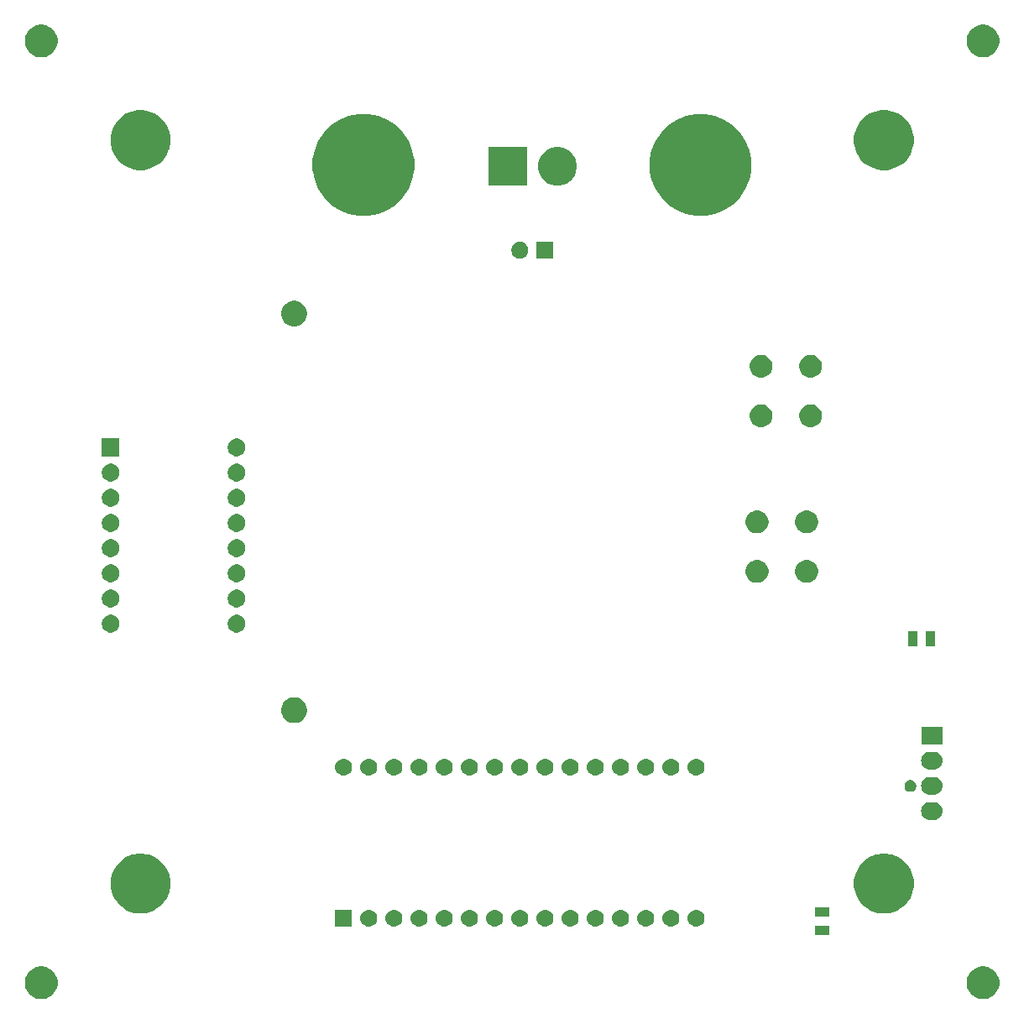
<source format=gbs>
G04 #@! TF.GenerationSoftware,KiCad,Pcbnew,5.1.4+dfsg1-1*
G04 #@! TF.CreationDate,2020-12-14T22:30:58-06:00*
G04 #@! TF.ProjectId,HotBox,486f7442-6f78-42e6-9b69-6361645f7063,2*
G04 #@! TF.SameCoordinates,Original*
G04 #@! TF.FileFunction,Soldermask,Bot*
G04 #@! TF.FilePolarity,Negative*
%FSLAX46Y46*%
G04 Gerber Fmt 4.6, Leading zero omitted, Abs format (unit mm)*
G04 Created by KiCad (PCBNEW 5.1.4+dfsg1-1) date 2020-12-14 22:30:58*
%MOMM*%
%LPD*%
G04 APERTURE LIST*
%ADD10C,0.100000*%
G04 APERTURE END LIST*
D10*
G36*
X194748256Y-140224298D02*
G01*
X194854579Y-140245447D01*
X195155042Y-140369903D01*
X195425451Y-140550585D01*
X195655415Y-140780549D01*
X195836097Y-141050958D01*
X195960553Y-141351421D01*
X196024000Y-141670391D01*
X196024000Y-141995609D01*
X195960553Y-142314579D01*
X195836097Y-142615042D01*
X195655415Y-142885451D01*
X195425451Y-143115415D01*
X195155042Y-143296097D01*
X194854579Y-143420553D01*
X194748256Y-143441702D01*
X194535611Y-143484000D01*
X194210389Y-143484000D01*
X193997744Y-143441702D01*
X193891421Y-143420553D01*
X193590958Y-143296097D01*
X193320549Y-143115415D01*
X193090585Y-142885451D01*
X192909903Y-142615042D01*
X192785447Y-142314579D01*
X192722000Y-141995609D01*
X192722000Y-141670391D01*
X192785447Y-141351421D01*
X192909903Y-141050958D01*
X193090585Y-140780549D01*
X193320549Y-140550585D01*
X193590958Y-140369903D01*
X193891421Y-140245447D01*
X193997744Y-140224298D01*
X194210389Y-140182000D01*
X194535611Y-140182000D01*
X194748256Y-140224298D01*
X194748256Y-140224298D01*
G37*
G36*
X99748256Y-140224298D02*
G01*
X99854579Y-140245447D01*
X100155042Y-140369903D01*
X100425451Y-140550585D01*
X100655415Y-140780549D01*
X100836097Y-141050958D01*
X100960553Y-141351421D01*
X101024000Y-141670391D01*
X101024000Y-141995609D01*
X100960553Y-142314579D01*
X100836097Y-142615042D01*
X100655415Y-142885451D01*
X100425451Y-143115415D01*
X100155042Y-143296097D01*
X99854579Y-143420553D01*
X99748256Y-143441702D01*
X99535611Y-143484000D01*
X99210389Y-143484000D01*
X98997744Y-143441702D01*
X98891421Y-143420553D01*
X98590958Y-143296097D01*
X98320549Y-143115415D01*
X98090585Y-142885451D01*
X97909903Y-142615042D01*
X97785447Y-142314579D01*
X97722000Y-141995609D01*
X97722000Y-141670391D01*
X97785447Y-141351421D01*
X97909903Y-141050958D01*
X98090585Y-140780549D01*
X98320549Y-140550585D01*
X98590958Y-140369903D01*
X98891421Y-140245447D01*
X98997744Y-140224298D01*
X99210389Y-140182000D01*
X99535611Y-140182000D01*
X99748256Y-140224298D01*
X99748256Y-140224298D01*
G37*
G36*
X178879000Y-136998500D02*
G01*
X177427000Y-136998500D01*
X177427000Y-136046500D01*
X178879000Y-136046500D01*
X178879000Y-136998500D01*
X178879000Y-136998500D01*
G37*
G36*
X145279823Y-134494313D02*
G01*
X145440242Y-134542976D01*
X145572906Y-134613886D01*
X145588078Y-134621996D01*
X145717659Y-134728341D01*
X145824004Y-134857922D01*
X145824005Y-134857924D01*
X145903024Y-135005758D01*
X145951687Y-135166177D01*
X145968117Y-135333000D01*
X145951687Y-135499823D01*
X145903024Y-135660242D01*
X145832114Y-135792906D01*
X145824004Y-135808078D01*
X145717659Y-135937659D01*
X145588078Y-136044004D01*
X145588076Y-136044005D01*
X145440242Y-136123024D01*
X145279823Y-136171687D01*
X145154804Y-136184000D01*
X145071196Y-136184000D01*
X144946177Y-136171687D01*
X144785758Y-136123024D01*
X144637924Y-136044005D01*
X144637922Y-136044004D01*
X144508341Y-135937659D01*
X144401996Y-135808078D01*
X144393886Y-135792906D01*
X144322976Y-135660242D01*
X144274313Y-135499823D01*
X144257883Y-135333000D01*
X144274313Y-135166177D01*
X144322976Y-135005758D01*
X144401995Y-134857924D01*
X144401996Y-134857922D01*
X144508341Y-134728341D01*
X144637922Y-134621996D01*
X144653094Y-134613886D01*
X144785758Y-134542976D01*
X144946177Y-134494313D01*
X145071196Y-134482000D01*
X145154804Y-134482000D01*
X145279823Y-134494313D01*
X145279823Y-134494313D01*
G37*
G36*
X160519823Y-134494313D02*
G01*
X160680242Y-134542976D01*
X160812906Y-134613886D01*
X160828078Y-134621996D01*
X160957659Y-134728341D01*
X161064004Y-134857922D01*
X161064005Y-134857924D01*
X161143024Y-135005758D01*
X161191687Y-135166177D01*
X161208117Y-135333000D01*
X161191687Y-135499823D01*
X161143024Y-135660242D01*
X161072114Y-135792906D01*
X161064004Y-135808078D01*
X160957659Y-135937659D01*
X160828078Y-136044004D01*
X160828076Y-136044005D01*
X160680242Y-136123024D01*
X160519823Y-136171687D01*
X160394804Y-136184000D01*
X160311196Y-136184000D01*
X160186177Y-136171687D01*
X160025758Y-136123024D01*
X159877924Y-136044005D01*
X159877922Y-136044004D01*
X159748341Y-135937659D01*
X159641996Y-135808078D01*
X159633886Y-135792906D01*
X159562976Y-135660242D01*
X159514313Y-135499823D01*
X159497883Y-135333000D01*
X159514313Y-135166177D01*
X159562976Y-135005758D01*
X159641995Y-134857924D01*
X159641996Y-134857922D01*
X159748341Y-134728341D01*
X159877922Y-134621996D01*
X159893094Y-134613886D01*
X160025758Y-134542976D01*
X160186177Y-134494313D01*
X160311196Y-134482000D01*
X160394804Y-134482000D01*
X160519823Y-134494313D01*
X160519823Y-134494313D01*
G37*
G36*
X155439823Y-134494313D02*
G01*
X155600242Y-134542976D01*
X155732906Y-134613886D01*
X155748078Y-134621996D01*
X155877659Y-134728341D01*
X155984004Y-134857922D01*
X155984005Y-134857924D01*
X156063024Y-135005758D01*
X156111687Y-135166177D01*
X156128117Y-135333000D01*
X156111687Y-135499823D01*
X156063024Y-135660242D01*
X155992114Y-135792906D01*
X155984004Y-135808078D01*
X155877659Y-135937659D01*
X155748078Y-136044004D01*
X155748076Y-136044005D01*
X155600242Y-136123024D01*
X155439823Y-136171687D01*
X155314804Y-136184000D01*
X155231196Y-136184000D01*
X155106177Y-136171687D01*
X154945758Y-136123024D01*
X154797924Y-136044005D01*
X154797922Y-136044004D01*
X154668341Y-135937659D01*
X154561996Y-135808078D01*
X154553886Y-135792906D01*
X154482976Y-135660242D01*
X154434313Y-135499823D01*
X154417883Y-135333000D01*
X154434313Y-135166177D01*
X154482976Y-135005758D01*
X154561995Y-134857924D01*
X154561996Y-134857922D01*
X154668341Y-134728341D01*
X154797922Y-134621996D01*
X154813094Y-134613886D01*
X154945758Y-134542976D01*
X155106177Y-134494313D01*
X155231196Y-134482000D01*
X155314804Y-134482000D01*
X155439823Y-134494313D01*
X155439823Y-134494313D01*
G37*
G36*
X152899823Y-134494313D02*
G01*
X153060242Y-134542976D01*
X153192906Y-134613886D01*
X153208078Y-134621996D01*
X153337659Y-134728341D01*
X153444004Y-134857922D01*
X153444005Y-134857924D01*
X153523024Y-135005758D01*
X153571687Y-135166177D01*
X153588117Y-135333000D01*
X153571687Y-135499823D01*
X153523024Y-135660242D01*
X153452114Y-135792906D01*
X153444004Y-135808078D01*
X153337659Y-135937659D01*
X153208078Y-136044004D01*
X153208076Y-136044005D01*
X153060242Y-136123024D01*
X152899823Y-136171687D01*
X152774804Y-136184000D01*
X152691196Y-136184000D01*
X152566177Y-136171687D01*
X152405758Y-136123024D01*
X152257924Y-136044005D01*
X152257922Y-136044004D01*
X152128341Y-135937659D01*
X152021996Y-135808078D01*
X152013886Y-135792906D01*
X151942976Y-135660242D01*
X151894313Y-135499823D01*
X151877883Y-135333000D01*
X151894313Y-135166177D01*
X151942976Y-135005758D01*
X152021995Y-134857924D01*
X152021996Y-134857922D01*
X152128341Y-134728341D01*
X152257922Y-134621996D01*
X152273094Y-134613886D01*
X152405758Y-134542976D01*
X152566177Y-134494313D01*
X152691196Y-134482000D01*
X152774804Y-134482000D01*
X152899823Y-134494313D01*
X152899823Y-134494313D01*
G37*
G36*
X150359823Y-134494313D02*
G01*
X150520242Y-134542976D01*
X150652906Y-134613886D01*
X150668078Y-134621996D01*
X150797659Y-134728341D01*
X150904004Y-134857922D01*
X150904005Y-134857924D01*
X150983024Y-135005758D01*
X151031687Y-135166177D01*
X151048117Y-135333000D01*
X151031687Y-135499823D01*
X150983024Y-135660242D01*
X150912114Y-135792906D01*
X150904004Y-135808078D01*
X150797659Y-135937659D01*
X150668078Y-136044004D01*
X150668076Y-136044005D01*
X150520242Y-136123024D01*
X150359823Y-136171687D01*
X150234804Y-136184000D01*
X150151196Y-136184000D01*
X150026177Y-136171687D01*
X149865758Y-136123024D01*
X149717924Y-136044005D01*
X149717922Y-136044004D01*
X149588341Y-135937659D01*
X149481996Y-135808078D01*
X149473886Y-135792906D01*
X149402976Y-135660242D01*
X149354313Y-135499823D01*
X149337883Y-135333000D01*
X149354313Y-135166177D01*
X149402976Y-135005758D01*
X149481995Y-134857924D01*
X149481996Y-134857922D01*
X149588341Y-134728341D01*
X149717922Y-134621996D01*
X149733094Y-134613886D01*
X149865758Y-134542976D01*
X150026177Y-134494313D01*
X150151196Y-134482000D01*
X150234804Y-134482000D01*
X150359823Y-134494313D01*
X150359823Y-134494313D01*
G37*
G36*
X147819823Y-134494313D02*
G01*
X147980242Y-134542976D01*
X148112906Y-134613886D01*
X148128078Y-134621996D01*
X148257659Y-134728341D01*
X148364004Y-134857922D01*
X148364005Y-134857924D01*
X148443024Y-135005758D01*
X148491687Y-135166177D01*
X148508117Y-135333000D01*
X148491687Y-135499823D01*
X148443024Y-135660242D01*
X148372114Y-135792906D01*
X148364004Y-135808078D01*
X148257659Y-135937659D01*
X148128078Y-136044004D01*
X148128076Y-136044005D01*
X147980242Y-136123024D01*
X147819823Y-136171687D01*
X147694804Y-136184000D01*
X147611196Y-136184000D01*
X147486177Y-136171687D01*
X147325758Y-136123024D01*
X147177924Y-136044005D01*
X147177922Y-136044004D01*
X147048341Y-135937659D01*
X146941996Y-135808078D01*
X146933886Y-135792906D01*
X146862976Y-135660242D01*
X146814313Y-135499823D01*
X146797883Y-135333000D01*
X146814313Y-135166177D01*
X146862976Y-135005758D01*
X146941995Y-134857924D01*
X146941996Y-134857922D01*
X147048341Y-134728341D01*
X147177922Y-134621996D01*
X147193094Y-134613886D01*
X147325758Y-134542976D01*
X147486177Y-134494313D01*
X147611196Y-134482000D01*
X147694804Y-134482000D01*
X147819823Y-134494313D01*
X147819823Y-134494313D01*
G37*
G36*
X142739823Y-134494313D02*
G01*
X142900242Y-134542976D01*
X143032906Y-134613886D01*
X143048078Y-134621996D01*
X143177659Y-134728341D01*
X143284004Y-134857922D01*
X143284005Y-134857924D01*
X143363024Y-135005758D01*
X143411687Y-135166177D01*
X143428117Y-135333000D01*
X143411687Y-135499823D01*
X143363024Y-135660242D01*
X143292114Y-135792906D01*
X143284004Y-135808078D01*
X143177659Y-135937659D01*
X143048078Y-136044004D01*
X143048076Y-136044005D01*
X142900242Y-136123024D01*
X142739823Y-136171687D01*
X142614804Y-136184000D01*
X142531196Y-136184000D01*
X142406177Y-136171687D01*
X142245758Y-136123024D01*
X142097924Y-136044005D01*
X142097922Y-136044004D01*
X141968341Y-135937659D01*
X141861996Y-135808078D01*
X141853886Y-135792906D01*
X141782976Y-135660242D01*
X141734313Y-135499823D01*
X141717883Y-135333000D01*
X141734313Y-135166177D01*
X141782976Y-135005758D01*
X141861995Y-134857924D01*
X141861996Y-134857922D01*
X141968341Y-134728341D01*
X142097922Y-134621996D01*
X142113094Y-134613886D01*
X142245758Y-134542976D01*
X142406177Y-134494313D01*
X142531196Y-134482000D01*
X142614804Y-134482000D01*
X142739823Y-134494313D01*
X142739823Y-134494313D01*
G37*
G36*
X140199823Y-134494313D02*
G01*
X140360242Y-134542976D01*
X140492906Y-134613886D01*
X140508078Y-134621996D01*
X140637659Y-134728341D01*
X140744004Y-134857922D01*
X140744005Y-134857924D01*
X140823024Y-135005758D01*
X140871687Y-135166177D01*
X140888117Y-135333000D01*
X140871687Y-135499823D01*
X140823024Y-135660242D01*
X140752114Y-135792906D01*
X140744004Y-135808078D01*
X140637659Y-135937659D01*
X140508078Y-136044004D01*
X140508076Y-136044005D01*
X140360242Y-136123024D01*
X140199823Y-136171687D01*
X140074804Y-136184000D01*
X139991196Y-136184000D01*
X139866177Y-136171687D01*
X139705758Y-136123024D01*
X139557924Y-136044005D01*
X139557922Y-136044004D01*
X139428341Y-135937659D01*
X139321996Y-135808078D01*
X139313886Y-135792906D01*
X139242976Y-135660242D01*
X139194313Y-135499823D01*
X139177883Y-135333000D01*
X139194313Y-135166177D01*
X139242976Y-135005758D01*
X139321995Y-134857924D01*
X139321996Y-134857922D01*
X139428341Y-134728341D01*
X139557922Y-134621996D01*
X139573094Y-134613886D01*
X139705758Y-134542976D01*
X139866177Y-134494313D01*
X139991196Y-134482000D01*
X140074804Y-134482000D01*
X140199823Y-134494313D01*
X140199823Y-134494313D01*
G37*
G36*
X137659823Y-134494313D02*
G01*
X137820242Y-134542976D01*
X137952906Y-134613886D01*
X137968078Y-134621996D01*
X138097659Y-134728341D01*
X138204004Y-134857922D01*
X138204005Y-134857924D01*
X138283024Y-135005758D01*
X138331687Y-135166177D01*
X138348117Y-135333000D01*
X138331687Y-135499823D01*
X138283024Y-135660242D01*
X138212114Y-135792906D01*
X138204004Y-135808078D01*
X138097659Y-135937659D01*
X137968078Y-136044004D01*
X137968076Y-136044005D01*
X137820242Y-136123024D01*
X137659823Y-136171687D01*
X137534804Y-136184000D01*
X137451196Y-136184000D01*
X137326177Y-136171687D01*
X137165758Y-136123024D01*
X137017924Y-136044005D01*
X137017922Y-136044004D01*
X136888341Y-135937659D01*
X136781996Y-135808078D01*
X136773886Y-135792906D01*
X136702976Y-135660242D01*
X136654313Y-135499823D01*
X136637883Y-135333000D01*
X136654313Y-135166177D01*
X136702976Y-135005758D01*
X136781995Y-134857924D01*
X136781996Y-134857922D01*
X136888341Y-134728341D01*
X137017922Y-134621996D01*
X137033094Y-134613886D01*
X137165758Y-134542976D01*
X137326177Y-134494313D01*
X137451196Y-134482000D01*
X137534804Y-134482000D01*
X137659823Y-134494313D01*
X137659823Y-134494313D01*
G37*
G36*
X135119823Y-134494313D02*
G01*
X135280242Y-134542976D01*
X135412906Y-134613886D01*
X135428078Y-134621996D01*
X135557659Y-134728341D01*
X135664004Y-134857922D01*
X135664005Y-134857924D01*
X135743024Y-135005758D01*
X135791687Y-135166177D01*
X135808117Y-135333000D01*
X135791687Y-135499823D01*
X135743024Y-135660242D01*
X135672114Y-135792906D01*
X135664004Y-135808078D01*
X135557659Y-135937659D01*
X135428078Y-136044004D01*
X135428076Y-136044005D01*
X135280242Y-136123024D01*
X135119823Y-136171687D01*
X134994804Y-136184000D01*
X134911196Y-136184000D01*
X134786177Y-136171687D01*
X134625758Y-136123024D01*
X134477924Y-136044005D01*
X134477922Y-136044004D01*
X134348341Y-135937659D01*
X134241996Y-135808078D01*
X134233886Y-135792906D01*
X134162976Y-135660242D01*
X134114313Y-135499823D01*
X134097883Y-135333000D01*
X134114313Y-135166177D01*
X134162976Y-135005758D01*
X134241995Y-134857924D01*
X134241996Y-134857922D01*
X134348341Y-134728341D01*
X134477922Y-134621996D01*
X134493094Y-134613886D01*
X134625758Y-134542976D01*
X134786177Y-134494313D01*
X134911196Y-134482000D01*
X134994804Y-134482000D01*
X135119823Y-134494313D01*
X135119823Y-134494313D01*
G37*
G36*
X132579823Y-134494313D02*
G01*
X132740242Y-134542976D01*
X132872906Y-134613886D01*
X132888078Y-134621996D01*
X133017659Y-134728341D01*
X133124004Y-134857922D01*
X133124005Y-134857924D01*
X133203024Y-135005758D01*
X133251687Y-135166177D01*
X133268117Y-135333000D01*
X133251687Y-135499823D01*
X133203024Y-135660242D01*
X133132114Y-135792906D01*
X133124004Y-135808078D01*
X133017659Y-135937659D01*
X132888078Y-136044004D01*
X132888076Y-136044005D01*
X132740242Y-136123024D01*
X132579823Y-136171687D01*
X132454804Y-136184000D01*
X132371196Y-136184000D01*
X132246177Y-136171687D01*
X132085758Y-136123024D01*
X131937924Y-136044005D01*
X131937922Y-136044004D01*
X131808341Y-135937659D01*
X131701996Y-135808078D01*
X131693886Y-135792906D01*
X131622976Y-135660242D01*
X131574313Y-135499823D01*
X131557883Y-135333000D01*
X131574313Y-135166177D01*
X131622976Y-135005758D01*
X131701995Y-134857924D01*
X131701996Y-134857922D01*
X131808341Y-134728341D01*
X131937922Y-134621996D01*
X131953094Y-134613886D01*
X132085758Y-134542976D01*
X132246177Y-134494313D01*
X132371196Y-134482000D01*
X132454804Y-134482000D01*
X132579823Y-134494313D01*
X132579823Y-134494313D01*
G37*
G36*
X130724000Y-136184000D02*
G01*
X129022000Y-136184000D01*
X129022000Y-134482000D01*
X130724000Y-134482000D01*
X130724000Y-136184000D01*
X130724000Y-136184000D01*
G37*
G36*
X165599823Y-134494313D02*
G01*
X165760242Y-134542976D01*
X165892906Y-134613886D01*
X165908078Y-134621996D01*
X166037659Y-134728341D01*
X166144004Y-134857922D01*
X166144005Y-134857924D01*
X166223024Y-135005758D01*
X166271687Y-135166177D01*
X166288117Y-135333000D01*
X166271687Y-135499823D01*
X166223024Y-135660242D01*
X166152114Y-135792906D01*
X166144004Y-135808078D01*
X166037659Y-135937659D01*
X165908078Y-136044004D01*
X165908076Y-136044005D01*
X165760242Y-136123024D01*
X165599823Y-136171687D01*
X165474804Y-136184000D01*
X165391196Y-136184000D01*
X165266177Y-136171687D01*
X165105758Y-136123024D01*
X164957924Y-136044005D01*
X164957922Y-136044004D01*
X164828341Y-135937659D01*
X164721996Y-135808078D01*
X164713886Y-135792906D01*
X164642976Y-135660242D01*
X164594313Y-135499823D01*
X164577883Y-135333000D01*
X164594313Y-135166177D01*
X164642976Y-135005758D01*
X164721995Y-134857924D01*
X164721996Y-134857922D01*
X164828341Y-134728341D01*
X164957922Y-134621996D01*
X164973094Y-134613886D01*
X165105758Y-134542976D01*
X165266177Y-134494313D01*
X165391196Y-134482000D01*
X165474804Y-134482000D01*
X165599823Y-134494313D01*
X165599823Y-134494313D01*
G37*
G36*
X157979823Y-134494313D02*
G01*
X158140242Y-134542976D01*
X158272906Y-134613886D01*
X158288078Y-134621996D01*
X158417659Y-134728341D01*
X158524004Y-134857922D01*
X158524005Y-134857924D01*
X158603024Y-135005758D01*
X158651687Y-135166177D01*
X158668117Y-135333000D01*
X158651687Y-135499823D01*
X158603024Y-135660242D01*
X158532114Y-135792906D01*
X158524004Y-135808078D01*
X158417659Y-135937659D01*
X158288078Y-136044004D01*
X158288076Y-136044005D01*
X158140242Y-136123024D01*
X157979823Y-136171687D01*
X157854804Y-136184000D01*
X157771196Y-136184000D01*
X157646177Y-136171687D01*
X157485758Y-136123024D01*
X157337924Y-136044005D01*
X157337922Y-136044004D01*
X157208341Y-135937659D01*
X157101996Y-135808078D01*
X157093886Y-135792906D01*
X157022976Y-135660242D01*
X156974313Y-135499823D01*
X156957883Y-135333000D01*
X156974313Y-135166177D01*
X157022976Y-135005758D01*
X157101995Y-134857924D01*
X157101996Y-134857922D01*
X157208341Y-134728341D01*
X157337922Y-134621996D01*
X157353094Y-134613886D01*
X157485758Y-134542976D01*
X157646177Y-134494313D01*
X157771196Y-134482000D01*
X157854804Y-134482000D01*
X157979823Y-134494313D01*
X157979823Y-134494313D01*
G37*
G36*
X163059823Y-134494313D02*
G01*
X163220242Y-134542976D01*
X163352906Y-134613886D01*
X163368078Y-134621996D01*
X163497659Y-134728341D01*
X163604004Y-134857922D01*
X163604005Y-134857924D01*
X163683024Y-135005758D01*
X163731687Y-135166177D01*
X163748117Y-135333000D01*
X163731687Y-135499823D01*
X163683024Y-135660242D01*
X163612114Y-135792906D01*
X163604004Y-135808078D01*
X163497659Y-135937659D01*
X163368078Y-136044004D01*
X163368076Y-136044005D01*
X163220242Y-136123024D01*
X163059823Y-136171687D01*
X162934804Y-136184000D01*
X162851196Y-136184000D01*
X162726177Y-136171687D01*
X162565758Y-136123024D01*
X162417924Y-136044005D01*
X162417922Y-136044004D01*
X162288341Y-135937659D01*
X162181996Y-135808078D01*
X162173886Y-135792906D01*
X162102976Y-135660242D01*
X162054313Y-135499823D01*
X162037883Y-135333000D01*
X162054313Y-135166177D01*
X162102976Y-135005758D01*
X162181995Y-134857924D01*
X162181996Y-134857922D01*
X162288341Y-134728341D01*
X162417922Y-134621996D01*
X162433094Y-134613886D01*
X162565758Y-134542976D01*
X162726177Y-134494313D01*
X162851196Y-134482000D01*
X162934804Y-134482000D01*
X163059823Y-134494313D01*
X163059823Y-134494313D01*
G37*
G36*
X178879000Y-135188500D02*
G01*
X177427000Y-135188500D01*
X177427000Y-134236500D01*
X178879000Y-134236500D01*
X178879000Y-135188500D01*
X178879000Y-135188500D01*
G37*
G36*
X184961198Y-128875933D02*
G01*
X185252443Y-128933865D01*
X185801138Y-129161142D01*
X186294950Y-129491097D01*
X186714903Y-129911050D01*
X187044858Y-130404862D01*
X187272135Y-130953557D01*
X187388000Y-131536048D01*
X187388000Y-132129952D01*
X187272135Y-132712443D01*
X187044858Y-133261138D01*
X186714903Y-133754950D01*
X186294950Y-134174903D01*
X185801138Y-134504858D01*
X185801137Y-134504859D01*
X185801136Y-134504859D01*
X185709113Y-134542976D01*
X185252443Y-134732135D01*
X184961197Y-134790068D01*
X184669953Y-134848000D01*
X184076047Y-134848000D01*
X183784803Y-134790068D01*
X183493557Y-134732135D01*
X183036887Y-134542976D01*
X182944864Y-134504859D01*
X182944863Y-134504859D01*
X182944862Y-134504858D01*
X182451050Y-134174903D01*
X182031097Y-133754950D01*
X181701142Y-133261138D01*
X181473865Y-132712443D01*
X181358000Y-132129952D01*
X181358000Y-131536048D01*
X181473865Y-130953557D01*
X181701142Y-130404862D01*
X182031097Y-129911050D01*
X182451050Y-129491097D01*
X182944862Y-129161142D01*
X183493557Y-128933865D01*
X183784802Y-128875933D01*
X184076047Y-128818000D01*
X184669953Y-128818000D01*
X184961198Y-128875933D01*
X184961198Y-128875933D01*
G37*
G36*
X109961198Y-128875933D02*
G01*
X110252443Y-128933865D01*
X110801138Y-129161142D01*
X111294950Y-129491097D01*
X111714903Y-129911050D01*
X112044858Y-130404862D01*
X112272135Y-130953557D01*
X112388000Y-131536048D01*
X112388000Y-132129952D01*
X112272135Y-132712443D01*
X112044858Y-133261138D01*
X111714903Y-133754950D01*
X111294950Y-134174903D01*
X110801138Y-134504858D01*
X110801137Y-134504859D01*
X110801136Y-134504859D01*
X110709113Y-134542976D01*
X110252443Y-134732135D01*
X109961197Y-134790068D01*
X109669953Y-134848000D01*
X109076047Y-134848000D01*
X108784803Y-134790068D01*
X108493557Y-134732135D01*
X108036887Y-134542976D01*
X107944864Y-134504859D01*
X107944863Y-134504859D01*
X107944862Y-134504858D01*
X107451050Y-134174903D01*
X107031097Y-133754950D01*
X106701142Y-133261138D01*
X106473865Y-132712443D01*
X106358000Y-132129952D01*
X106358000Y-131536048D01*
X106473865Y-130953557D01*
X106701142Y-130404862D01*
X107031097Y-129911050D01*
X107451050Y-129491097D01*
X107944862Y-129161142D01*
X108493557Y-128933865D01*
X108784802Y-128875933D01*
X109076047Y-128818000D01*
X109669953Y-128818000D01*
X109961198Y-128875933D01*
X109961198Y-128875933D01*
G37*
G36*
X189513343Y-123616361D02*
G01*
X189532568Y-123618254D01*
X189618900Y-123644443D01*
X189705234Y-123670632D01*
X189864365Y-123755689D01*
X190003844Y-123870156D01*
X190118311Y-124009635D01*
X190203368Y-124168766D01*
X190255746Y-124341433D01*
X190273432Y-124521000D01*
X190255746Y-124700567D01*
X190203368Y-124873234D01*
X190118311Y-125032365D01*
X190003844Y-125171844D01*
X189864365Y-125286311D01*
X189705234Y-125371368D01*
X189618900Y-125397557D01*
X189532568Y-125423746D01*
X189513343Y-125425639D01*
X189397998Y-125437000D01*
X189008002Y-125437000D01*
X188892657Y-125425639D01*
X188873432Y-125423746D01*
X188700766Y-125371368D01*
X188541635Y-125286311D01*
X188402156Y-125171844D01*
X188287689Y-125032365D01*
X188202632Y-124873234D01*
X188150254Y-124700567D01*
X188132568Y-124521000D01*
X188150254Y-124341433D01*
X188202632Y-124168766D01*
X188287689Y-124009635D01*
X188402156Y-123870156D01*
X188541635Y-123755689D01*
X188700766Y-123670632D01*
X188787100Y-123644443D01*
X188873432Y-123618254D01*
X188892657Y-123616361D01*
X189008002Y-123605000D01*
X189397998Y-123605000D01*
X189513343Y-123616361D01*
X189513343Y-123616361D01*
G37*
G36*
X189513343Y-121076361D02*
G01*
X189532568Y-121078254D01*
X189705234Y-121130632D01*
X189864365Y-121215689D01*
X190003844Y-121330156D01*
X190118311Y-121469635D01*
X190203368Y-121628766D01*
X190255746Y-121801433D01*
X190273432Y-121981000D01*
X190255746Y-122160567D01*
X190203368Y-122333234D01*
X190118311Y-122492365D01*
X190003844Y-122631844D01*
X189864365Y-122746311D01*
X189705234Y-122831368D01*
X189532568Y-122883746D01*
X189513343Y-122885639D01*
X189397998Y-122897000D01*
X189008002Y-122897000D01*
X188892657Y-122885639D01*
X188873432Y-122883746D01*
X188700766Y-122831368D01*
X188541635Y-122746311D01*
X188402156Y-122631844D01*
X188287689Y-122492365D01*
X188202632Y-122333234D01*
X188150254Y-122160567D01*
X188132568Y-121981000D01*
X188150254Y-121801433D01*
X188202632Y-121628766D01*
X188287689Y-121469635D01*
X188402156Y-121330156D01*
X188541635Y-121215689D01*
X188700766Y-121130632D01*
X188787100Y-121104443D01*
X188873432Y-121078254D01*
X188892657Y-121076361D01*
X189008002Y-121065000D01*
X189397998Y-121065000D01*
X189513343Y-121076361D01*
X189513343Y-121076361D01*
G37*
G36*
X187179601Y-121395397D02*
G01*
X187218305Y-121403096D01*
X187250340Y-121416365D01*
X187327680Y-121448400D01*
X187426115Y-121514173D01*
X187509827Y-121597885D01*
X187575600Y-121696320D01*
X187607635Y-121773660D01*
X187620904Y-121805695D01*
X187644000Y-121921807D01*
X187644000Y-122040193D01*
X187620904Y-122156305D01*
X187619138Y-122160568D01*
X187575600Y-122265680D01*
X187509827Y-122364115D01*
X187426115Y-122447827D01*
X187327680Y-122513600D01*
X187250340Y-122545635D01*
X187218305Y-122558904D01*
X187179601Y-122566603D01*
X187102195Y-122582000D01*
X186983805Y-122582000D01*
X186906399Y-122566603D01*
X186867695Y-122558904D01*
X186835660Y-122545635D01*
X186758320Y-122513600D01*
X186659885Y-122447827D01*
X186576173Y-122364115D01*
X186510400Y-122265680D01*
X186466862Y-122160568D01*
X186465096Y-122156305D01*
X186442000Y-122040193D01*
X186442000Y-121921807D01*
X186465096Y-121805695D01*
X186478365Y-121773660D01*
X186510400Y-121696320D01*
X186576173Y-121597885D01*
X186659885Y-121514173D01*
X186758320Y-121448400D01*
X186835660Y-121416365D01*
X186867695Y-121403096D01*
X186906399Y-121395397D01*
X186983805Y-121380000D01*
X187102195Y-121380000D01*
X187179601Y-121395397D01*
X187179601Y-121395397D01*
G37*
G36*
X150359823Y-119254313D02*
G01*
X150520242Y-119302976D01*
X150652906Y-119373886D01*
X150668078Y-119381996D01*
X150797659Y-119488341D01*
X150904004Y-119617922D01*
X150904005Y-119617924D01*
X150983024Y-119765758D01*
X151031687Y-119926177D01*
X151048117Y-120093000D01*
X151031687Y-120259823D01*
X150983024Y-120420242D01*
X150912114Y-120552906D01*
X150904004Y-120568078D01*
X150797659Y-120697659D01*
X150668078Y-120804004D01*
X150668076Y-120804005D01*
X150520242Y-120883024D01*
X150359823Y-120931687D01*
X150234804Y-120944000D01*
X150151196Y-120944000D01*
X150026177Y-120931687D01*
X149865758Y-120883024D01*
X149717924Y-120804005D01*
X149717922Y-120804004D01*
X149588341Y-120697659D01*
X149481996Y-120568078D01*
X149473886Y-120552906D01*
X149402976Y-120420242D01*
X149354313Y-120259823D01*
X149337883Y-120093000D01*
X149354313Y-119926177D01*
X149402976Y-119765758D01*
X149481995Y-119617924D01*
X149481996Y-119617922D01*
X149588341Y-119488341D01*
X149717922Y-119381996D01*
X149733094Y-119373886D01*
X149865758Y-119302976D01*
X150026177Y-119254313D01*
X150151196Y-119242000D01*
X150234804Y-119242000D01*
X150359823Y-119254313D01*
X150359823Y-119254313D01*
G37*
G36*
X135119823Y-119254313D02*
G01*
X135280242Y-119302976D01*
X135412906Y-119373886D01*
X135428078Y-119381996D01*
X135557659Y-119488341D01*
X135664004Y-119617922D01*
X135664005Y-119617924D01*
X135743024Y-119765758D01*
X135791687Y-119926177D01*
X135808117Y-120093000D01*
X135791687Y-120259823D01*
X135743024Y-120420242D01*
X135672114Y-120552906D01*
X135664004Y-120568078D01*
X135557659Y-120697659D01*
X135428078Y-120804004D01*
X135428076Y-120804005D01*
X135280242Y-120883024D01*
X135119823Y-120931687D01*
X134994804Y-120944000D01*
X134911196Y-120944000D01*
X134786177Y-120931687D01*
X134625758Y-120883024D01*
X134477924Y-120804005D01*
X134477922Y-120804004D01*
X134348341Y-120697659D01*
X134241996Y-120568078D01*
X134233886Y-120552906D01*
X134162976Y-120420242D01*
X134114313Y-120259823D01*
X134097883Y-120093000D01*
X134114313Y-119926177D01*
X134162976Y-119765758D01*
X134241995Y-119617924D01*
X134241996Y-119617922D01*
X134348341Y-119488341D01*
X134477922Y-119381996D01*
X134493094Y-119373886D01*
X134625758Y-119302976D01*
X134786177Y-119254313D01*
X134911196Y-119242000D01*
X134994804Y-119242000D01*
X135119823Y-119254313D01*
X135119823Y-119254313D01*
G37*
G36*
X137659823Y-119254313D02*
G01*
X137820242Y-119302976D01*
X137952906Y-119373886D01*
X137968078Y-119381996D01*
X138097659Y-119488341D01*
X138204004Y-119617922D01*
X138204005Y-119617924D01*
X138283024Y-119765758D01*
X138331687Y-119926177D01*
X138348117Y-120093000D01*
X138331687Y-120259823D01*
X138283024Y-120420242D01*
X138212114Y-120552906D01*
X138204004Y-120568078D01*
X138097659Y-120697659D01*
X137968078Y-120804004D01*
X137968076Y-120804005D01*
X137820242Y-120883024D01*
X137659823Y-120931687D01*
X137534804Y-120944000D01*
X137451196Y-120944000D01*
X137326177Y-120931687D01*
X137165758Y-120883024D01*
X137017924Y-120804005D01*
X137017922Y-120804004D01*
X136888341Y-120697659D01*
X136781996Y-120568078D01*
X136773886Y-120552906D01*
X136702976Y-120420242D01*
X136654313Y-120259823D01*
X136637883Y-120093000D01*
X136654313Y-119926177D01*
X136702976Y-119765758D01*
X136781995Y-119617924D01*
X136781996Y-119617922D01*
X136888341Y-119488341D01*
X137017922Y-119381996D01*
X137033094Y-119373886D01*
X137165758Y-119302976D01*
X137326177Y-119254313D01*
X137451196Y-119242000D01*
X137534804Y-119242000D01*
X137659823Y-119254313D01*
X137659823Y-119254313D01*
G37*
G36*
X130039823Y-119254313D02*
G01*
X130200242Y-119302976D01*
X130332906Y-119373886D01*
X130348078Y-119381996D01*
X130477659Y-119488341D01*
X130584004Y-119617922D01*
X130584005Y-119617924D01*
X130663024Y-119765758D01*
X130711687Y-119926177D01*
X130728117Y-120093000D01*
X130711687Y-120259823D01*
X130663024Y-120420242D01*
X130592114Y-120552906D01*
X130584004Y-120568078D01*
X130477659Y-120697659D01*
X130348078Y-120804004D01*
X130348076Y-120804005D01*
X130200242Y-120883024D01*
X130039823Y-120931687D01*
X129914804Y-120944000D01*
X129831196Y-120944000D01*
X129706177Y-120931687D01*
X129545758Y-120883024D01*
X129397924Y-120804005D01*
X129397922Y-120804004D01*
X129268341Y-120697659D01*
X129161996Y-120568078D01*
X129153886Y-120552906D01*
X129082976Y-120420242D01*
X129034313Y-120259823D01*
X129017883Y-120093000D01*
X129034313Y-119926177D01*
X129082976Y-119765758D01*
X129161995Y-119617924D01*
X129161996Y-119617922D01*
X129268341Y-119488341D01*
X129397922Y-119381996D01*
X129413094Y-119373886D01*
X129545758Y-119302976D01*
X129706177Y-119254313D01*
X129831196Y-119242000D01*
X129914804Y-119242000D01*
X130039823Y-119254313D01*
X130039823Y-119254313D01*
G37*
G36*
X140199823Y-119254313D02*
G01*
X140360242Y-119302976D01*
X140492906Y-119373886D01*
X140508078Y-119381996D01*
X140637659Y-119488341D01*
X140744004Y-119617922D01*
X140744005Y-119617924D01*
X140823024Y-119765758D01*
X140871687Y-119926177D01*
X140888117Y-120093000D01*
X140871687Y-120259823D01*
X140823024Y-120420242D01*
X140752114Y-120552906D01*
X140744004Y-120568078D01*
X140637659Y-120697659D01*
X140508078Y-120804004D01*
X140508076Y-120804005D01*
X140360242Y-120883024D01*
X140199823Y-120931687D01*
X140074804Y-120944000D01*
X139991196Y-120944000D01*
X139866177Y-120931687D01*
X139705758Y-120883024D01*
X139557924Y-120804005D01*
X139557922Y-120804004D01*
X139428341Y-120697659D01*
X139321996Y-120568078D01*
X139313886Y-120552906D01*
X139242976Y-120420242D01*
X139194313Y-120259823D01*
X139177883Y-120093000D01*
X139194313Y-119926177D01*
X139242976Y-119765758D01*
X139321995Y-119617924D01*
X139321996Y-119617922D01*
X139428341Y-119488341D01*
X139557922Y-119381996D01*
X139573094Y-119373886D01*
X139705758Y-119302976D01*
X139866177Y-119254313D01*
X139991196Y-119242000D01*
X140074804Y-119242000D01*
X140199823Y-119254313D01*
X140199823Y-119254313D01*
G37*
G36*
X142739823Y-119254313D02*
G01*
X142900242Y-119302976D01*
X143032906Y-119373886D01*
X143048078Y-119381996D01*
X143177659Y-119488341D01*
X143284004Y-119617922D01*
X143284005Y-119617924D01*
X143363024Y-119765758D01*
X143411687Y-119926177D01*
X143428117Y-120093000D01*
X143411687Y-120259823D01*
X143363024Y-120420242D01*
X143292114Y-120552906D01*
X143284004Y-120568078D01*
X143177659Y-120697659D01*
X143048078Y-120804004D01*
X143048076Y-120804005D01*
X142900242Y-120883024D01*
X142739823Y-120931687D01*
X142614804Y-120944000D01*
X142531196Y-120944000D01*
X142406177Y-120931687D01*
X142245758Y-120883024D01*
X142097924Y-120804005D01*
X142097922Y-120804004D01*
X141968341Y-120697659D01*
X141861996Y-120568078D01*
X141853886Y-120552906D01*
X141782976Y-120420242D01*
X141734313Y-120259823D01*
X141717883Y-120093000D01*
X141734313Y-119926177D01*
X141782976Y-119765758D01*
X141861995Y-119617924D01*
X141861996Y-119617922D01*
X141968341Y-119488341D01*
X142097922Y-119381996D01*
X142113094Y-119373886D01*
X142245758Y-119302976D01*
X142406177Y-119254313D01*
X142531196Y-119242000D01*
X142614804Y-119242000D01*
X142739823Y-119254313D01*
X142739823Y-119254313D01*
G37*
G36*
X145279823Y-119254313D02*
G01*
X145440242Y-119302976D01*
X145572906Y-119373886D01*
X145588078Y-119381996D01*
X145717659Y-119488341D01*
X145824004Y-119617922D01*
X145824005Y-119617924D01*
X145903024Y-119765758D01*
X145951687Y-119926177D01*
X145968117Y-120093000D01*
X145951687Y-120259823D01*
X145903024Y-120420242D01*
X145832114Y-120552906D01*
X145824004Y-120568078D01*
X145717659Y-120697659D01*
X145588078Y-120804004D01*
X145588076Y-120804005D01*
X145440242Y-120883024D01*
X145279823Y-120931687D01*
X145154804Y-120944000D01*
X145071196Y-120944000D01*
X144946177Y-120931687D01*
X144785758Y-120883024D01*
X144637924Y-120804005D01*
X144637922Y-120804004D01*
X144508341Y-120697659D01*
X144401996Y-120568078D01*
X144393886Y-120552906D01*
X144322976Y-120420242D01*
X144274313Y-120259823D01*
X144257883Y-120093000D01*
X144274313Y-119926177D01*
X144322976Y-119765758D01*
X144401995Y-119617924D01*
X144401996Y-119617922D01*
X144508341Y-119488341D01*
X144637922Y-119381996D01*
X144653094Y-119373886D01*
X144785758Y-119302976D01*
X144946177Y-119254313D01*
X145071196Y-119242000D01*
X145154804Y-119242000D01*
X145279823Y-119254313D01*
X145279823Y-119254313D01*
G37*
G36*
X147819823Y-119254313D02*
G01*
X147980242Y-119302976D01*
X148112906Y-119373886D01*
X148128078Y-119381996D01*
X148257659Y-119488341D01*
X148364004Y-119617922D01*
X148364005Y-119617924D01*
X148443024Y-119765758D01*
X148491687Y-119926177D01*
X148508117Y-120093000D01*
X148491687Y-120259823D01*
X148443024Y-120420242D01*
X148372114Y-120552906D01*
X148364004Y-120568078D01*
X148257659Y-120697659D01*
X148128078Y-120804004D01*
X148128076Y-120804005D01*
X147980242Y-120883024D01*
X147819823Y-120931687D01*
X147694804Y-120944000D01*
X147611196Y-120944000D01*
X147486177Y-120931687D01*
X147325758Y-120883024D01*
X147177924Y-120804005D01*
X147177922Y-120804004D01*
X147048341Y-120697659D01*
X146941996Y-120568078D01*
X146933886Y-120552906D01*
X146862976Y-120420242D01*
X146814313Y-120259823D01*
X146797883Y-120093000D01*
X146814313Y-119926177D01*
X146862976Y-119765758D01*
X146941995Y-119617924D01*
X146941996Y-119617922D01*
X147048341Y-119488341D01*
X147177922Y-119381996D01*
X147193094Y-119373886D01*
X147325758Y-119302976D01*
X147486177Y-119254313D01*
X147611196Y-119242000D01*
X147694804Y-119242000D01*
X147819823Y-119254313D01*
X147819823Y-119254313D01*
G37*
G36*
X132579823Y-119254313D02*
G01*
X132740242Y-119302976D01*
X132872906Y-119373886D01*
X132888078Y-119381996D01*
X133017659Y-119488341D01*
X133124004Y-119617922D01*
X133124005Y-119617924D01*
X133203024Y-119765758D01*
X133251687Y-119926177D01*
X133268117Y-120093000D01*
X133251687Y-120259823D01*
X133203024Y-120420242D01*
X133132114Y-120552906D01*
X133124004Y-120568078D01*
X133017659Y-120697659D01*
X132888078Y-120804004D01*
X132888076Y-120804005D01*
X132740242Y-120883024D01*
X132579823Y-120931687D01*
X132454804Y-120944000D01*
X132371196Y-120944000D01*
X132246177Y-120931687D01*
X132085758Y-120883024D01*
X131937924Y-120804005D01*
X131937922Y-120804004D01*
X131808341Y-120697659D01*
X131701996Y-120568078D01*
X131693886Y-120552906D01*
X131622976Y-120420242D01*
X131574313Y-120259823D01*
X131557883Y-120093000D01*
X131574313Y-119926177D01*
X131622976Y-119765758D01*
X131701995Y-119617924D01*
X131701996Y-119617922D01*
X131808341Y-119488341D01*
X131937922Y-119381996D01*
X131953094Y-119373886D01*
X132085758Y-119302976D01*
X132246177Y-119254313D01*
X132371196Y-119242000D01*
X132454804Y-119242000D01*
X132579823Y-119254313D01*
X132579823Y-119254313D01*
G37*
G36*
X160519823Y-119254313D02*
G01*
X160680242Y-119302976D01*
X160812906Y-119373886D01*
X160828078Y-119381996D01*
X160957659Y-119488341D01*
X161064004Y-119617922D01*
X161064005Y-119617924D01*
X161143024Y-119765758D01*
X161191687Y-119926177D01*
X161208117Y-120093000D01*
X161191687Y-120259823D01*
X161143024Y-120420242D01*
X161072114Y-120552906D01*
X161064004Y-120568078D01*
X160957659Y-120697659D01*
X160828078Y-120804004D01*
X160828076Y-120804005D01*
X160680242Y-120883024D01*
X160519823Y-120931687D01*
X160394804Y-120944000D01*
X160311196Y-120944000D01*
X160186177Y-120931687D01*
X160025758Y-120883024D01*
X159877924Y-120804005D01*
X159877922Y-120804004D01*
X159748341Y-120697659D01*
X159641996Y-120568078D01*
X159633886Y-120552906D01*
X159562976Y-120420242D01*
X159514313Y-120259823D01*
X159497883Y-120093000D01*
X159514313Y-119926177D01*
X159562976Y-119765758D01*
X159641995Y-119617924D01*
X159641996Y-119617922D01*
X159748341Y-119488341D01*
X159877922Y-119381996D01*
X159893094Y-119373886D01*
X160025758Y-119302976D01*
X160186177Y-119254313D01*
X160311196Y-119242000D01*
X160394804Y-119242000D01*
X160519823Y-119254313D01*
X160519823Y-119254313D01*
G37*
G36*
X155439823Y-119254313D02*
G01*
X155600242Y-119302976D01*
X155732906Y-119373886D01*
X155748078Y-119381996D01*
X155877659Y-119488341D01*
X155984004Y-119617922D01*
X155984005Y-119617924D01*
X156063024Y-119765758D01*
X156111687Y-119926177D01*
X156128117Y-120093000D01*
X156111687Y-120259823D01*
X156063024Y-120420242D01*
X155992114Y-120552906D01*
X155984004Y-120568078D01*
X155877659Y-120697659D01*
X155748078Y-120804004D01*
X155748076Y-120804005D01*
X155600242Y-120883024D01*
X155439823Y-120931687D01*
X155314804Y-120944000D01*
X155231196Y-120944000D01*
X155106177Y-120931687D01*
X154945758Y-120883024D01*
X154797924Y-120804005D01*
X154797922Y-120804004D01*
X154668341Y-120697659D01*
X154561996Y-120568078D01*
X154553886Y-120552906D01*
X154482976Y-120420242D01*
X154434313Y-120259823D01*
X154417883Y-120093000D01*
X154434313Y-119926177D01*
X154482976Y-119765758D01*
X154561995Y-119617924D01*
X154561996Y-119617922D01*
X154668341Y-119488341D01*
X154797922Y-119381996D01*
X154813094Y-119373886D01*
X154945758Y-119302976D01*
X155106177Y-119254313D01*
X155231196Y-119242000D01*
X155314804Y-119242000D01*
X155439823Y-119254313D01*
X155439823Y-119254313D01*
G37*
G36*
X152899823Y-119254313D02*
G01*
X153060242Y-119302976D01*
X153192906Y-119373886D01*
X153208078Y-119381996D01*
X153337659Y-119488341D01*
X153444004Y-119617922D01*
X153444005Y-119617924D01*
X153523024Y-119765758D01*
X153571687Y-119926177D01*
X153588117Y-120093000D01*
X153571687Y-120259823D01*
X153523024Y-120420242D01*
X153452114Y-120552906D01*
X153444004Y-120568078D01*
X153337659Y-120697659D01*
X153208078Y-120804004D01*
X153208076Y-120804005D01*
X153060242Y-120883024D01*
X152899823Y-120931687D01*
X152774804Y-120944000D01*
X152691196Y-120944000D01*
X152566177Y-120931687D01*
X152405758Y-120883024D01*
X152257924Y-120804005D01*
X152257922Y-120804004D01*
X152128341Y-120697659D01*
X152021996Y-120568078D01*
X152013886Y-120552906D01*
X151942976Y-120420242D01*
X151894313Y-120259823D01*
X151877883Y-120093000D01*
X151894313Y-119926177D01*
X151942976Y-119765758D01*
X152021995Y-119617924D01*
X152021996Y-119617922D01*
X152128341Y-119488341D01*
X152257922Y-119381996D01*
X152273094Y-119373886D01*
X152405758Y-119302976D01*
X152566177Y-119254313D01*
X152691196Y-119242000D01*
X152774804Y-119242000D01*
X152899823Y-119254313D01*
X152899823Y-119254313D01*
G37*
G36*
X157979823Y-119254313D02*
G01*
X158140242Y-119302976D01*
X158272906Y-119373886D01*
X158288078Y-119381996D01*
X158417659Y-119488341D01*
X158524004Y-119617922D01*
X158524005Y-119617924D01*
X158603024Y-119765758D01*
X158651687Y-119926177D01*
X158668117Y-120093000D01*
X158651687Y-120259823D01*
X158603024Y-120420242D01*
X158532114Y-120552906D01*
X158524004Y-120568078D01*
X158417659Y-120697659D01*
X158288078Y-120804004D01*
X158288076Y-120804005D01*
X158140242Y-120883024D01*
X157979823Y-120931687D01*
X157854804Y-120944000D01*
X157771196Y-120944000D01*
X157646177Y-120931687D01*
X157485758Y-120883024D01*
X157337924Y-120804005D01*
X157337922Y-120804004D01*
X157208341Y-120697659D01*
X157101996Y-120568078D01*
X157093886Y-120552906D01*
X157022976Y-120420242D01*
X156974313Y-120259823D01*
X156957883Y-120093000D01*
X156974313Y-119926177D01*
X157022976Y-119765758D01*
X157101995Y-119617924D01*
X157101996Y-119617922D01*
X157208341Y-119488341D01*
X157337922Y-119381996D01*
X157353094Y-119373886D01*
X157485758Y-119302976D01*
X157646177Y-119254313D01*
X157771196Y-119242000D01*
X157854804Y-119242000D01*
X157979823Y-119254313D01*
X157979823Y-119254313D01*
G37*
G36*
X163059823Y-119254313D02*
G01*
X163220242Y-119302976D01*
X163352906Y-119373886D01*
X163368078Y-119381996D01*
X163497659Y-119488341D01*
X163604004Y-119617922D01*
X163604005Y-119617924D01*
X163683024Y-119765758D01*
X163731687Y-119926177D01*
X163748117Y-120093000D01*
X163731687Y-120259823D01*
X163683024Y-120420242D01*
X163612114Y-120552906D01*
X163604004Y-120568078D01*
X163497659Y-120697659D01*
X163368078Y-120804004D01*
X163368076Y-120804005D01*
X163220242Y-120883024D01*
X163059823Y-120931687D01*
X162934804Y-120944000D01*
X162851196Y-120944000D01*
X162726177Y-120931687D01*
X162565758Y-120883024D01*
X162417924Y-120804005D01*
X162417922Y-120804004D01*
X162288341Y-120697659D01*
X162181996Y-120568078D01*
X162173886Y-120552906D01*
X162102976Y-120420242D01*
X162054313Y-120259823D01*
X162037883Y-120093000D01*
X162054313Y-119926177D01*
X162102976Y-119765758D01*
X162181995Y-119617924D01*
X162181996Y-119617922D01*
X162288341Y-119488341D01*
X162417922Y-119381996D01*
X162433094Y-119373886D01*
X162565758Y-119302976D01*
X162726177Y-119254313D01*
X162851196Y-119242000D01*
X162934804Y-119242000D01*
X163059823Y-119254313D01*
X163059823Y-119254313D01*
G37*
G36*
X165599823Y-119254313D02*
G01*
X165760242Y-119302976D01*
X165892906Y-119373886D01*
X165908078Y-119381996D01*
X166037659Y-119488341D01*
X166144004Y-119617922D01*
X166144005Y-119617924D01*
X166223024Y-119765758D01*
X166271687Y-119926177D01*
X166288117Y-120093000D01*
X166271687Y-120259823D01*
X166223024Y-120420242D01*
X166152114Y-120552906D01*
X166144004Y-120568078D01*
X166037659Y-120697659D01*
X165908078Y-120804004D01*
X165908076Y-120804005D01*
X165760242Y-120883024D01*
X165599823Y-120931687D01*
X165474804Y-120944000D01*
X165391196Y-120944000D01*
X165266177Y-120931687D01*
X165105758Y-120883024D01*
X164957924Y-120804005D01*
X164957922Y-120804004D01*
X164828341Y-120697659D01*
X164721996Y-120568078D01*
X164713886Y-120552906D01*
X164642976Y-120420242D01*
X164594313Y-120259823D01*
X164577883Y-120093000D01*
X164594313Y-119926177D01*
X164642976Y-119765758D01*
X164721995Y-119617924D01*
X164721996Y-119617922D01*
X164828341Y-119488341D01*
X164957922Y-119381996D01*
X164973094Y-119373886D01*
X165105758Y-119302976D01*
X165266177Y-119254313D01*
X165391196Y-119242000D01*
X165474804Y-119242000D01*
X165599823Y-119254313D01*
X165599823Y-119254313D01*
G37*
G36*
X189513343Y-118536361D02*
G01*
X189532568Y-118538254D01*
X189618900Y-118564443D01*
X189705234Y-118590632D01*
X189864365Y-118675689D01*
X190003844Y-118790156D01*
X190118311Y-118929635D01*
X190203368Y-119088766D01*
X190203368Y-119088767D01*
X190253587Y-119254314D01*
X190255746Y-119261433D01*
X190273432Y-119441000D01*
X190255746Y-119620567D01*
X190203368Y-119793234D01*
X190118311Y-119952365D01*
X190003844Y-120091844D01*
X189864365Y-120206311D01*
X189705234Y-120291368D01*
X189532568Y-120343746D01*
X189513343Y-120345639D01*
X189397998Y-120357000D01*
X189008002Y-120357000D01*
X188892657Y-120345639D01*
X188873432Y-120343746D01*
X188700766Y-120291368D01*
X188541635Y-120206311D01*
X188402156Y-120091844D01*
X188287689Y-119952365D01*
X188202632Y-119793234D01*
X188150254Y-119620567D01*
X188132568Y-119441000D01*
X188150254Y-119261433D01*
X188152414Y-119254314D01*
X188202632Y-119088767D01*
X188202632Y-119088766D01*
X188287689Y-118929635D01*
X188402156Y-118790156D01*
X188541635Y-118675689D01*
X188700766Y-118590632D01*
X188787100Y-118564443D01*
X188873432Y-118538254D01*
X188892657Y-118536361D01*
X189008002Y-118525000D01*
X189397998Y-118525000D01*
X189513343Y-118536361D01*
X189513343Y-118536361D01*
G37*
G36*
X190269000Y-117817000D02*
G01*
X188137000Y-117817000D01*
X188137000Y-115985000D01*
X190269000Y-115985000D01*
X190269000Y-117817000D01*
X190269000Y-117817000D01*
G37*
G36*
X125252487Y-113081996D02*
G01*
X125489253Y-113180068D01*
X125489255Y-113180069D01*
X125702339Y-113322447D01*
X125883553Y-113503661D01*
X126025932Y-113716747D01*
X126124004Y-113953513D01*
X126174000Y-114204861D01*
X126174000Y-114461139D01*
X126124004Y-114712487D01*
X126025932Y-114949253D01*
X126025931Y-114949255D01*
X125883553Y-115162339D01*
X125702339Y-115343553D01*
X125489255Y-115485931D01*
X125489254Y-115485932D01*
X125489253Y-115485932D01*
X125252487Y-115584004D01*
X125001139Y-115634000D01*
X124744861Y-115634000D01*
X124493513Y-115584004D01*
X124256747Y-115485932D01*
X124256746Y-115485932D01*
X124256745Y-115485931D01*
X124043661Y-115343553D01*
X123862447Y-115162339D01*
X123720069Y-114949255D01*
X123720068Y-114949253D01*
X123621996Y-114712487D01*
X123572000Y-114461139D01*
X123572000Y-114204861D01*
X123621996Y-113953513D01*
X123720068Y-113716747D01*
X123862447Y-113503661D01*
X124043661Y-113322447D01*
X124256745Y-113180069D01*
X124256747Y-113180068D01*
X124493513Y-113081996D01*
X124744861Y-113032000D01*
X125001139Y-113032000D01*
X125252487Y-113081996D01*
X125252487Y-113081996D01*
G37*
G36*
X189559000Y-107859000D02*
G01*
X188607000Y-107859000D01*
X188607000Y-106407000D01*
X189559000Y-106407000D01*
X189559000Y-107859000D01*
X189559000Y-107859000D01*
G37*
G36*
X187749000Y-107859000D02*
G01*
X186797000Y-107859000D01*
X186797000Y-106407000D01*
X187749000Y-106407000D01*
X187749000Y-107859000D01*
X187749000Y-107859000D01*
G37*
G36*
X106486512Y-104716927D02*
G01*
X106635812Y-104746624D01*
X106799784Y-104814544D01*
X106947354Y-104913147D01*
X107072853Y-105038646D01*
X107171456Y-105186216D01*
X107239376Y-105350188D01*
X107274000Y-105524259D01*
X107274000Y-105701741D01*
X107239376Y-105875812D01*
X107171456Y-106039784D01*
X107072853Y-106187354D01*
X106947354Y-106312853D01*
X106799784Y-106411456D01*
X106635812Y-106479376D01*
X106486512Y-106509073D01*
X106461742Y-106514000D01*
X106284258Y-106514000D01*
X106259488Y-106509073D01*
X106110188Y-106479376D01*
X105946216Y-106411456D01*
X105798646Y-106312853D01*
X105673147Y-106187354D01*
X105574544Y-106039784D01*
X105506624Y-105875812D01*
X105472000Y-105701741D01*
X105472000Y-105524259D01*
X105506624Y-105350188D01*
X105574544Y-105186216D01*
X105673147Y-105038646D01*
X105798646Y-104913147D01*
X105946216Y-104814544D01*
X106110188Y-104746624D01*
X106259488Y-104716927D01*
X106284258Y-104712000D01*
X106461742Y-104712000D01*
X106486512Y-104716927D01*
X106486512Y-104716927D01*
G37*
G36*
X119186512Y-104716927D02*
G01*
X119335812Y-104746624D01*
X119499784Y-104814544D01*
X119647354Y-104913147D01*
X119772853Y-105038646D01*
X119871456Y-105186216D01*
X119939376Y-105350188D01*
X119974000Y-105524259D01*
X119974000Y-105701741D01*
X119939376Y-105875812D01*
X119871456Y-106039784D01*
X119772853Y-106187354D01*
X119647354Y-106312853D01*
X119499784Y-106411456D01*
X119335812Y-106479376D01*
X119186512Y-106509073D01*
X119161742Y-106514000D01*
X118984258Y-106514000D01*
X118959488Y-106509073D01*
X118810188Y-106479376D01*
X118646216Y-106411456D01*
X118498646Y-106312853D01*
X118373147Y-106187354D01*
X118274544Y-106039784D01*
X118206624Y-105875812D01*
X118172000Y-105701741D01*
X118172000Y-105524259D01*
X118206624Y-105350188D01*
X118274544Y-105186216D01*
X118373147Y-105038646D01*
X118498646Y-104913147D01*
X118646216Y-104814544D01*
X118810188Y-104746624D01*
X118959488Y-104716927D01*
X118984258Y-104712000D01*
X119161742Y-104712000D01*
X119186512Y-104716927D01*
X119186512Y-104716927D01*
G37*
G36*
X106486512Y-102176927D02*
G01*
X106635812Y-102206624D01*
X106799784Y-102274544D01*
X106947354Y-102373147D01*
X107072853Y-102498646D01*
X107171456Y-102646216D01*
X107239376Y-102810188D01*
X107274000Y-102984259D01*
X107274000Y-103161741D01*
X107239376Y-103335812D01*
X107171456Y-103499784D01*
X107072853Y-103647354D01*
X106947354Y-103772853D01*
X106799784Y-103871456D01*
X106635812Y-103939376D01*
X106486512Y-103969073D01*
X106461742Y-103974000D01*
X106284258Y-103974000D01*
X106259488Y-103969073D01*
X106110188Y-103939376D01*
X105946216Y-103871456D01*
X105798646Y-103772853D01*
X105673147Y-103647354D01*
X105574544Y-103499784D01*
X105506624Y-103335812D01*
X105472000Y-103161741D01*
X105472000Y-102984259D01*
X105506624Y-102810188D01*
X105574544Y-102646216D01*
X105673147Y-102498646D01*
X105798646Y-102373147D01*
X105946216Y-102274544D01*
X106110188Y-102206624D01*
X106259488Y-102176927D01*
X106284258Y-102172000D01*
X106461742Y-102172000D01*
X106486512Y-102176927D01*
X106486512Y-102176927D01*
G37*
G36*
X119186512Y-102176927D02*
G01*
X119335812Y-102206624D01*
X119499784Y-102274544D01*
X119647354Y-102373147D01*
X119772853Y-102498646D01*
X119871456Y-102646216D01*
X119939376Y-102810188D01*
X119974000Y-102984259D01*
X119974000Y-103161741D01*
X119939376Y-103335812D01*
X119871456Y-103499784D01*
X119772853Y-103647354D01*
X119647354Y-103772853D01*
X119499784Y-103871456D01*
X119335812Y-103939376D01*
X119186512Y-103969073D01*
X119161742Y-103974000D01*
X118984258Y-103974000D01*
X118959488Y-103969073D01*
X118810188Y-103939376D01*
X118646216Y-103871456D01*
X118498646Y-103772853D01*
X118373147Y-103647354D01*
X118274544Y-103499784D01*
X118206624Y-103335812D01*
X118172000Y-103161741D01*
X118172000Y-102984259D01*
X118206624Y-102810188D01*
X118274544Y-102646216D01*
X118373147Y-102498646D01*
X118498646Y-102373147D01*
X118646216Y-102274544D01*
X118810188Y-102206624D01*
X118959488Y-102176927D01*
X118984258Y-102172000D01*
X119161742Y-102172000D01*
X119186512Y-102176927D01*
X119186512Y-102176927D01*
G37*
G36*
X171797549Y-99204116D02*
G01*
X171908734Y-99226232D01*
X172118203Y-99312997D01*
X172306720Y-99438960D01*
X172467040Y-99599280D01*
X172593003Y-99787797D01*
X172679768Y-99997266D01*
X172724000Y-100219636D01*
X172724000Y-100446364D01*
X172679768Y-100668734D01*
X172593003Y-100878203D01*
X172467040Y-101066720D01*
X172306720Y-101227040D01*
X172118203Y-101353003D01*
X171908734Y-101439768D01*
X171797549Y-101461884D01*
X171686365Y-101484000D01*
X171459635Y-101484000D01*
X171348451Y-101461884D01*
X171237266Y-101439768D01*
X171027797Y-101353003D01*
X170839280Y-101227040D01*
X170678960Y-101066720D01*
X170552997Y-100878203D01*
X170466232Y-100668734D01*
X170422000Y-100446364D01*
X170422000Y-100219636D01*
X170466232Y-99997266D01*
X170552997Y-99787797D01*
X170678960Y-99599280D01*
X170839280Y-99438960D01*
X171027797Y-99312997D01*
X171237266Y-99226232D01*
X171348451Y-99204116D01*
X171459635Y-99182000D01*
X171686365Y-99182000D01*
X171797549Y-99204116D01*
X171797549Y-99204116D01*
G37*
G36*
X176797549Y-99204116D02*
G01*
X176908734Y-99226232D01*
X177118203Y-99312997D01*
X177306720Y-99438960D01*
X177467040Y-99599280D01*
X177593003Y-99787797D01*
X177679768Y-99997266D01*
X177724000Y-100219636D01*
X177724000Y-100446364D01*
X177679768Y-100668734D01*
X177593003Y-100878203D01*
X177467040Y-101066720D01*
X177306720Y-101227040D01*
X177118203Y-101353003D01*
X176908734Y-101439768D01*
X176797549Y-101461884D01*
X176686365Y-101484000D01*
X176459635Y-101484000D01*
X176348451Y-101461884D01*
X176237266Y-101439768D01*
X176027797Y-101353003D01*
X175839280Y-101227040D01*
X175678960Y-101066720D01*
X175552997Y-100878203D01*
X175466232Y-100668734D01*
X175422000Y-100446364D01*
X175422000Y-100219636D01*
X175466232Y-99997266D01*
X175552997Y-99787797D01*
X175678960Y-99599280D01*
X175839280Y-99438960D01*
X176027797Y-99312997D01*
X176237266Y-99226232D01*
X176348451Y-99204116D01*
X176459635Y-99182000D01*
X176686365Y-99182000D01*
X176797549Y-99204116D01*
X176797549Y-99204116D01*
G37*
G36*
X106486512Y-99636927D02*
G01*
X106635812Y-99666624D01*
X106799784Y-99734544D01*
X106947354Y-99833147D01*
X107072853Y-99958646D01*
X107171456Y-100106216D01*
X107239376Y-100270188D01*
X107274000Y-100444259D01*
X107274000Y-100621741D01*
X107239376Y-100795812D01*
X107171456Y-100959784D01*
X107072853Y-101107354D01*
X106947354Y-101232853D01*
X106799784Y-101331456D01*
X106635812Y-101399376D01*
X106486512Y-101429073D01*
X106461742Y-101434000D01*
X106284258Y-101434000D01*
X106259488Y-101429073D01*
X106110188Y-101399376D01*
X105946216Y-101331456D01*
X105798646Y-101232853D01*
X105673147Y-101107354D01*
X105574544Y-100959784D01*
X105506624Y-100795812D01*
X105472000Y-100621741D01*
X105472000Y-100444259D01*
X105506624Y-100270188D01*
X105574544Y-100106216D01*
X105673147Y-99958646D01*
X105798646Y-99833147D01*
X105946216Y-99734544D01*
X106110188Y-99666624D01*
X106259488Y-99636927D01*
X106284258Y-99632000D01*
X106461742Y-99632000D01*
X106486512Y-99636927D01*
X106486512Y-99636927D01*
G37*
G36*
X119186512Y-99636927D02*
G01*
X119335812Y-99666624D01*
X119499784Y-99734544D01*
X119647354Y-99833147D01*
X119772853Y-99958646D01*
X119871456Y-100106216D01*
X119939376Y-100270188D01*
X119974000Y-100444259D01*
X119974000Y-100621741D01*
X119939376Y-100795812D01*
X119871456Y-100959784D01*
X119772853Y-101107354D01*
X119647354Y-101232853D01*
X119499784Y-101331456D01*
X119335812Y-101399376D01*
X119186512Y-101429073D01*
X119161742Y-101434000D01*
X118984258Y-101434000D01*
X118959488Y-101429073D01*
X118810188Y-101399376D01*
X118646216Y-101331456D01*
X118498646Y-101232853D01*
X118373147Y-101107354D01*
X118274544Y-100959784D01*
X118206624Y-100795812D01*
X118172000Y-100621741D01*
X118172000Y-100444259D01*
X118206624Y-100270188D01*
X118274544Y-100106216D01*
X118373147Y-99958646D01*
X118498646Y-99833147D01*
X118646216Y-99734544D01*
X118810188Y-99666624D01*
X118959488Y-99636927D01*
X118984258Y-99632000D01*
X119161742Y-99632000D01*
X119186512Y-99636927D01*
X119186512Y-99636927D01*
G37*
G36*
X106486512Y-97096927D02*
G01*
X106635812Y-97126624D01*
X106799784Y-97194544D01*
X106947354Y-97293147D01*
X107072853Y-97418646D01*
X107171456Y-97566216D01*
X107239376Y-97730188D01*
X107274000Y-97904259D01*
X107274000Y-98081741D01*
X107239376Y-98255812D01*
X107171456Y-98419784D01*
X107072853Y-98567354D01*
X106947354Y-98692853D01*
X106799784Y-98791456D01*
X106635812Y-98859376D01*
X106486512Y-98889073D01*
X106461742Y-98894000D01*
X106284258Y-98894000D01*
X106259488Y-98889073D01*
X106110188Y-98859376D01*
X105946216Y-98791456D01*
X105798646Y-98692853D01*
X105673147Y-98567354D01*
X105574544Y-98419784D01*
X105506624Y-98255812D01*
X105472000Y-98081741D01*
X105472000Y-97904259D01*
X105506624Y-97730188D01*
X105574544Y-97566216D01*
X105673147Y-97418646D01*
X105798646Y-97293147D01*
X105946216Y-97194544D01*
X106110188Y-97126624D01*
X106259488Y-97096927D01*
X106284258Y-97092000D01*
X106461742Y-97092000D01*
X106486512Y-97096927D01*
X106486512Y-97096927D01*
G37*
G36*
X119186512Y-97096927D02*
G01*
X119335812Y-97126624D01*
X119499784Y-97194544D01*
X119647354Y-97293147D01*
X119772853Y-97418646D01*
X119871456Y-97566216D01*
X119939376Y-97730188D01*
X119974000Y-97904259D01*
X119974000Y-98081741D01*
X119939376Y-98255812D01*
X119871456Y-98419784D01*
X119772853Y-98567354D01*
X119647354Y-98692853D01*
X119499784Y-98791456D01*
X119335812Y-98859376D01*
X119186512Y-98889073D01*
X119161742Y-98894000D01*
X118984258Y-98894000D01*
X118959488Y-98889073D01*
X118810188Y-98859376D01*
X118646216Y-98791456D01*
X118498646Y-98692853D01*
X118373147Y-98567354D01*
X118274544Y-98419784D01*
X118206624Y-98255812D01*
X118172000Y-98081741D01*
X118172000Y-97904259D01*
X118206624Y-97730188D01*
X118274544Y-97566216D01*
X118373147Y-97418646D01*
X118498646Y-97293147D01*
X118646216Y-97194544D01*
X118810188Y-97126624D01*
X118959488Y-97096927D01*
X118984258Y-97092000D01*
X119161742Y-97092000D01*
X119186512Y-97096927D01*
X119186512Y-97096927D01*
G37*
G36*
X171797549Y-94204116D02*
G01*
X171908734Y-94226232D01*
X172118203Y-94312997D01*
X172306720Y-94438960D01*
X172467040Y-94599280D01*
X172569851Y-94753148D01*
X172593004Y-94787799D01*
X172679768Y-94997267D01*
X172718143Y-95190188D01*
X172724000Y-95219636D01*
X172724000Y-95446364D01*
X172679768Y-95668734D01*
X172593003Y-95878203D01*
X172467040Y-96066720D01*
X172306720Y-96227040D01*
X172118203Y-96353003D01*
X171908734Y-96439768D01*
X171797549Y-96461884D01*
X171686365Y-96484000D01*
X171459635Y-96484000D01*
X171348451Y-96461884D01*
X171237266Y-96439768D01*
X171027797Y-96353003D01*
X170839280Y-96227040D01*
X170678960Y-96066720D01*
X170552997Y-95878203D01*
X170466232Y-95668734D01*
X170422000Y-95446364D01*
X170422000Y-95219636D01*
X170427858Y-95190188D01*
X170466232Y-94997267D01*
X170552996Y-94787799D01*
X170576149Y-94753148D01*
X170678960Y-94599280D01*
X170839280Y-94438960D01*
X171027797Y-94312997D01*
X171237266Y-94226232D01*
X171348451Y-94204116D01*
X171459635Y-94182000D01*
X171686365Y-94182000D01*
X171797549Y-94204116D01*
X171797549Y-94204116D01*
G37*
G36*
X176797549Y-94204116D02*
G01*
X176908734Y-94226232D01*
X177118203Y-94312997D01*
X177306720Y-94438960D01*
X177467040Y-94599280D01*
X177569851Y-94753148D01*
X177593004Y-94787799D01*
X177679768Y-94997267D01*
X177718143Y-95190188D01*
X177724000Y-95219636D01*
X177724000Y-95446364D01*
X177679768Y-95668734D01*
X177593003Y-95878203D01*
X177467040Y-96066720D01*
X177306720Y-96227040D01*
X177118203Y-96353003D01*
X176908734Y-96439768D01*
X176797549Y-96461884D01*
X176686365Y-96484000D01*
X176459635Y-96484000D01*
X176348451Y-96461884D01*
X176237266Y-96439768D01*
X176027797Y-96353003D01*
X175839280Y-96227040D01*
X175678960Y-96066720D01*
X175552997Y-95878203D01*
X175466232Y-95668734D01*
X175422000Y-95446364D01*
X175422000Y-95219636D01*
X175427858Y-95190188D01*
X175466232Y-94997267D01*
X175552996Y-94787799D01*
X175576149Y-94753148D01*
X175678960Y-94599280D01*
X175839280Y-94438960D01*
X176027797Y-94312997D01*
X176237266Y-94226232D01*
X176348451Y-94204116D01*
X176459635Y-94182000D01*
X176686365Y-94182000D01*
X176797549Y-94204116D01*
X176797549Y-94204116D01*
G37*
G36*
X106486512Y-94556927D02*
G01*
X106635812Y-94586624D01*
X106799784Y-94654544D01*
X106947354Y-94753147D01*
X107072853Y-94878646D01*
X107171456Y-95026216D01*
X107239376Y-95190188D01*
X107274000Y-95364259D01*
X107274000Y-95541741D01*
X107239376Y-95715812D01*
X107171456Y-95879784D01*
X107072853Y-96027354D01*
X106947354Y-96152853D01*
X106799784Y-96251456D01*
X106635812Y-96319376D01*
X106486512Y-96349073D01*
X106461742Y-96354000D01*
X106284258Y-96354000D01*
X106259488Y-96349073D01*
X106110188Y-96319376D01*
X105946216Y-96251456D01*
X105798646Y-96152853D01*
X105673147Y-96027354D01*
X105574544Y-95879784D01*
X105506624Y-95715812D01*
X105472000Y-95541741D01*
X105472000Y-95364259D01*
X105506624Y-95190188D01*
X105574544Y-95026216D01*
X105673147Y-94878646D01*
X105798646Y-94753147D01*
X105946216Y-94654544D01*
X106110188Y-94586624D01*
X106259488Y-94556927D01*
X106284258Y-94552000D01*
X106461742Y-94552000D01*
X106486512Y-94556927D01*
X106486512Y-94556927D01*
G37*
G36*
X119186512Y-94556927D02*
G01*
X119335812Y-94586624D01*
X119499784Y-94654544D01*
X119647354Y-94753147D01*
X119772853Y-94878646D01*
X119871456Y-95026216D01*
X119939376Y-95190188D01*
X119974000Y-95364259D01*
X119974000Y-95541741D01*
X119939376Y-95715812D01*
X119871456Y-95879784D01*
X119772853Y-96027354D01*
X119647354Y-96152853D01*
X119499784Y-96251456D01*
X119335812Y-96319376D01*
X119186512Y-96349073D01*
X119161742Y-96354000D01*
X118984258Y-96354000D01*
X118959488Y-96349073D01*
X118810188Y-96319376D01*
X118646216Y-96251456D01*
X118498646Y-96152853D01*
X118373147Y-96027354D01*
X118274544Y-95879784D01*
X118206624Y-95715812D01*
X118172000Y-95541741D01*
X118172000Y-95364259D01*
X118206624Y-95190188D01*
X118274544Y-95026216D01*
X118373147Y-94878646D01*
X118498646Y-94753147D01*
X118646216Y-94654544D01*
X118810188Y-94586624D01*
X118959488Y-94556927D01*
X118984258Y-94552000D01*
X119161742Y-94552000D01*
X119186512Y-94556927D01*
X119186512Y-94556927D01*
G37*
G36*
X106486512Y-92016927D02*
G01*
X106635812Y-92046624D01*
X106799784Y-92114544D01*
X106947354Y-92213147D01*
X107072853Y-92338646D01*
X107171456Y-92486216D01*
X107239376Y-92650188D01*
X107274000Y-92824259D01*
X107274000Y-93001741D01*
X107239376Y-93175812D01*
X107171456Y-93339784D01*
X107072853Y-93487354D01*
X106947354Y-93612853D01*
X106799784Y-93711456D01*
X106635812Y-93779376D01*
X106486512Y-93809073D01*
X106461742Y-93814000D01*
X106284258Y-93814000D01*
X106259488Y-93809073D01*
X106110188Y-93779376D01*
X105946216Y-93711456D01*
X105798646Y-93612853D01*
X105673147Y-93487354D01*
X105574544Y-93339784D01*
X105506624Y-93175812D01*
X105472000Y-93001741D01*
X105472000Y-92824259D01*
X105506624Y-92650188D01*
X105574544Y-92486216D01*
X105673147Y-92338646D01*
X105798646Y-92213147D01*
X105946216Y-92114544D01*
X106110188Y-92046624D01*
X106259488Y-92016927D01*
X106284258Y-92012000D01*
X106461742Y-92012000D01*
X106486512Y-92016927D01*
X106486512Y-92016927D01*
G37*
G36*
X119186512Y-92016927D02*
G01*
X119335812Y-92046624D01*
X119499784Y-92114544D01*
X119647354Y-92213147D01*
X119772853Y-92338646D01*
X119871456Y-92486216D01*
X119939376Y-92650188D01*
X119974000Y-92824259D01*
X119974000Y-93001741D01*
X119939376Y-93175812D01*
X119871456Y-93339784D01*
X119772853Y-93487354D01*
X119647354Y-93612853D01*
X119499784Y-93711456D01*
X119335812Y-93779376D01*
X119186512Y-93809073D01*
X119161742Y-93814000D01*
X118984258Y-93814000D01*
X118959488Y-93809073D01*
X118810188Y-93779376D01*
X118646216Y-93711456D01*
X118498646Y-93612853D01*
X118373147Y-93487354D01*
X118274544Y-93339784D01*
X118206624Y-93175812D01*
X118172000Y-93001741D01*
X118172000Y-92824259D01*
X118206624Y-92650188D01*
X118274544Y-92486216D01*
X118373147Y-92338646D01*
X118498646Y-92213147D01*
X118646216Y-92114544D01*
X118810188Y-92046624D01*
X118959488Y-92016927D01*
X118984258Y-92012000D01*
X119161742Y-92012000D01*
X119186512Y-92016927D01*
X119186512Y-92016927D01*
G37*
G36*
X106486512Y-89476927D02*
G01*
X106635812Y-89506624D01*
X106799784Y-89574544D01*
X106947354Y-89673147D01*
X107072853Y-89798646D01*
X107171456Y-89946216D01*
X107239376Y-90110188D01*
X107274000Y-90284259D01*
X107274000Y-90461741D01*
X107239376Y-90635812D01*
X107171456Y-90799784D01*
X107072853Y-90947354D01*
X106947354Y-91072853D01*
X106799784Y-91171456D01*
X106635812Y-91239376D01*
X106486512Y-91269073D01*
X106461742Y-91274000D01*
X106284258Y-91274000D01*
X106259488Y-91269073D01*
X106110188Y-91239376D01*
X105946216Y-91171456D01*
X105798646Y-91072853D01*
X105673147Y-90947354D01*
X105574544Y-90799784D01*
X105506624Y-90635812D01*
X105472000Y-90461741D01*
X105472000Y-90284259D01*
X105506624Y-90110188D01*
X105574544Y-89946216D01*
X105673147Y-89798646D01*
X105798646Y-89673147D01*
X105946216Y-89574544D01*
X106110188Y-89506624D01*
X106259488Y-89476927D01*
X106284258Y-89472000D01*
X106461742Y-89472000D01*
X106486512Y-89476927D01*
X106486512Y-89476927D01*
G37*
G36*
X119186512Y-89476927D02*
G01*
X119335812Y-89506624D01*
X119499784Y-89574544D01*
X119647354Y-89673147D01*
X119772853Y-89798646D01*
X119871456Y-89946216D01*
X119939376Y-90110188D01*
X119974000Y-90284259D01*
X119974000Y-90461741D01*
X119939376Y-90635812D01*
X119871456Y-90799784D01*
X119772853Y-90947354D01*
X119647354Y-91072853D01*
X119499784Y-91171456D01*
X119335812Y-91239376D01*
X119186512Y-91269073D01*
X119161742Y-91274000D01*
X118984258Y-91274000D01*
X118959488Y-91269073D01*
X118810188Y-91239376D01*
X118646216Y-91171456D01*
X118498646Y-91072853D01*
X118373147Y-90947354D01*
X118274544Y-90799784D01*
X118206624Y-90635812D01*
X118172000Y-90461741D01*
X118172000Y-90284259D01*
X118206624Y-90110188D01*
X118274544Y-89946216D01*
X118373147Y-89798646D01*
X118498646Y-89673147D01*
X118646216Y-89574544D01*
X118810188Y-89506624D01*
X118959488Y-89476927D01*
X118984258Y-89472000D01*
X119161742Y-89472000D01*
X119186512Y-89476927D01*
X119186512Y-89476927D01*
G37*
G36*
X119186512Y-86936927D02*
G01*
X119335812Y-86966624D01*
X119499784Y-87034544D01*
X119647354Y-87133147D01*
X119772853Y-87258646D01*
X119871456Y-87406216D01*
X119939376Y-87570188D01*
X119974000Y-87744259D01*
X119974000Y-87921741D01*
X119939376Y-88095812D01*
X119871456Y-88259784D01*
X119772853Y-88407354D01*
X119647354Y-88532853D01*
X119499784Y-88631456D01*
X119335812Y-88699376D01*
X119186512Y-88729073D01*
X119161742Y-88734000D01*
X118984258Y-88734000D01*
X118959488Y-88729073D01*
X118810188Y-88699376D01*
X118646216Y-88631456D01*
X118498646Y-88532853D01*
X118373147Y-88407354D01*
X118274544Y-88259784D01*
X118206624Y-88095812D01*
X118172000Y-87921741D01*
X118172000Y-87744259D01*
X118206624Y-87570188D01*
X118274544Y-87406216D01*
X118373147Y-87258646D01*
X118498646Y-87133147D01*
X118646216Y-87034544D01*
X118810188Y-86966624D01*
X118959488Y-86936927D01*
X118984258Y-86932000D01*
X119161742Y-86932000D01*
X119186512Y-86936927D01*
X119186512Y-86936927D01*
G37*
G36*
X107274000Y-88734000D02*
G01*
X105472000Y-88734000D01*
X105472000Y-86932000D01*
X107274000Y-86932000D01*
X107274000Y-88734000D01*
X107274000Y-88734000D01*
G37*
G36*
X172197549Y-83504116D02*
G01*
X172308734Y-83526232D01*
X172518203Y-83612997D01*
X172706720Y-83738960D01*
X172867040Y-83899280D01*
X172993003Y-84087797D01*
X173079768Y-84297266D01*
X173124000Y-84519636D01*
X173124000Y-84746364D01*
X173079768Y-84968734D01*
X172993003Y-85178203D01*
X172867040Y-85366720D01*
X172706720Y-85527040D01*
X172518203Y-85653003D01*
X172308734Y-85739768D01*
X172197549Y-85761884D01*
X172086365Y-85784000D01*
X171859635Y-85784000D01*
X171748451Y-85761884D01*
X171637266Y-85739768D01*
X171427797Y-85653003D01*
X171239280Y-85527040D01*
X171078960Y-85366720D01*
X170952997Y-85178203D01*
X170866232Y-84968734D01*
X170822000Y-84746364D01*
X170822000Y-84519636D01*
X170866232Y-84297266D01*
X170952997Y-84087797D01*
X171078960Y-83899280D01*
X171239280Y-83738960D01*
X171427797Y-83612997D01*
X171637266Y-83526232D01*
X171748451Y-83504116D01*
X171859635Y-83482000D01*
X172086365Y-83482000D01*
X172197549Y-83504116D01*
X172197549Y-83504116D01*
G37*
G36*
X177197549Y-83504116D02*
G01*
X177308734Y-83526232D01*
X177518203Y-83612997D01*
X177706720Y-83738960D01*
X177867040Y-83899280D01*
X177993003Y-84087797D01*
X178079768Y-84297266D01*
X178124000Y-84519636D01*
X178124000Y-84746364D01*
X178079768Y-84968734D01*
X177993003Y-85178203D01*
X177867040Y-85366720D01*
X177706720Y-85527040D01*
X177518203Y-85653003D01*
X177308734Y-85739768D01*
X177197549Y-85761884D01*
X177086365Y-85784000D01*
X176859635Y-85784000D01*
X176748451Y-85761884D01*
X176637266Y-85739768D01*
X176427797Y-85653003D01*
X176239280Y-85527040D01*
X176078960Y-85366720D01*
X175952997Y-85178203D01*
X175866232Y-84968734D01*
X175822000Y-84746364D01*
X175822000Y-84519636D01*
X175866232Y-84297266D01*
X175952997Y-84087797D01*
X176078960Y-83899280D01*
X176239280Y-83738960D01*
X176427797Y-83612997D01*
X176637266Y-83526232D01*
X176748451Y-83504116D01*
X176859635Y-83482000D01*
X177086365Y-83482000D01*
X177197549Y-83504116D01*
X177197549Y-83504116D01*
G37*
G36*
X177197549Y-78504116D02*
G01*
X177308734Y-78526232D01*
X177518203Y-78612997D01*
X177706720Y-78738960D01*
X177867040Y-78899280D01*
X177993003Y-79087797D01*
X178079768Y-79297266D01*
X178124000Y-79519636D01*
X178124000Y-79746364D01*
X178079768Y-79968734D01*
X177993003Y-80178203D01*
X177867040Y-80366720D01*
X177706720Y-80527040D01*
X177518203Y-80653003D01*
X177308734Y-80739768D01*
X177197549Y-80761884D01*
X177086365Y-80784000D01*
X176859635Y-80784000D01*
X176748451Y-80761884D01*
X176637266Y-80739768D01*
X176427797Y-80653003D01*
X176239280Y-80527040D01*
X176078960Y-80366720D01*
X175952997Y-80178203D01*
X175866232Y-79968734D01*
X175822000Y-79746364D01*
X175822000Y-79519636D01*
X175866232Y-79297266D01*
X175952997Y-79087797D01*
X176078960Y-78899280D01*
X176239280Y-78738960D01*
X176427797Y-78612997D01*
X176637266Y-78526232D01*
X176748451Y-78504116D01*
X176859635Y-78482000D01*
X177086365Y-78482000D01*
X177197549Y-78504116D01*
X177197549Y-78504116D01*
G37*
G36*
X172197549Y-78504116D02*
G01*
X172308734Y-78526232D01*
X172518203Y-78612997D01*
X172706720Y-78738960D01*
X172867040Y-78899280D01*
X172993003Y-79087797D01*
X173079768Y-79297266D01*
X173124000Y-79519636D01*
X173124000Y-79746364D01*
X173079768Y-79968734D01*
X172993003Y-80178203D01*
X172867040Y-80366720D01*
X172706720Y-80527040D01*
X172518203Y-80653003D01*
X172308734Y-80739768D01*
X172197549Y-80761884D01*
X172086365Y-80784000D01*
X171859635Y-80784000D01*
X171748451Y-80761884D01*
X171637266Y-80739768D01*
X171427797Y-80653003D01*
X171239280Y-80527040D01*
X171078960Y-80366720D01*
X170952997Y-80178203D01*
X170866232Y-79968734D01*
X170822000Y-79746364D01*
X170822000Y-79519636D01*
X170866232Y-79297266D01*
X170952997Y-79087797D01*
X171078960Y-78899280D01*
X171239280Y-78738960D01*
X171427797Y-78612997D01*
X171637266Y-78526232D01*
X171748451Y-78504116D01*
X171859635Y-78482000D01*
X172086365Y-78482000D01*
X172197549Y-78504116D01*
X172197549Y-78504116D01*
G37*
G36*
X125252487Y-73081996D02*
G01*
X125489253Y-73180068D01*
X125489255Y-73180069D01*
X125702339Y-73322447D01*
X125883553Y-73503661D01*
X126025932Y-73716747D01*
X126124004Y-73953513D01*
X126174000Y-74204861D01*
X126174000Y-74461139D01*
X126124004Y-74712487D01*
X126025932Y-74949253D01*
X126025931Y-74949255D01*
X125883553Y-75162339D01*
X125702339Y-75343553D01*
X125489255Y-75485931D01*
X125489254Y-75485932D01*
X125489253Y-75485932D01*
X125252487Y-75584004D01*
X125001139Y-75634000D01*
X124744861Y-75634000D01*
X124493513Y-75584004D01*
X124256747Y-75485932D01*
X124256746Y-75485932D01*
X124256745Y-75485931D01*
X124043661Y-75343553D01*
X123862447Y-75162339D01*
X123720069Y-74949255D01*
X123720068Y-74949253D01*
X123621996Y-74712487D01*
X123572000Y-74461139D01*
X123572000Y-74204861D01*
X123621996Y-73953513D01*
X123720068Y-73716747D01*
X123862447Y-73503661D01*
X124043661Y-73322447D01*
X124256745Y-73180069D01*
X124256747Y-73180068D01*
X124493513Y-73081996D01*
X124744861Y-73032000D01*
X125001139Y-73032000D01*
X125252487Y-73081996D01*
X125252487Y-73081996D01*
G37*
G36*
X151000500Y-68793500D02*
G01*
X149298500Y-68793500D01*
X149298500Y-67091500D01*
X151000500Y-67091500D01*
X151000500Y-68793500D01*
X151000500Y-68793500D01*
G37*
G36*
X147897728Y-67124203D02*
G01*
X148052600Y-67188353D01*
X148191981Y-67281485D01*
X148310515Y-67400019D01*
X148403647Y-67539400D01*
X148467797Y-67694272D01*
X148500500Y-67858684D01*
X148500500Y-68026316D01*
X148467797Y-68190728D01*
X148403647Y-68345600D01*
X148310515Y-68484981D01*
X148191981Y-68603515D01*
X148052600Y-68696647D01*
X147897728Y-68760797D01*
X147733316Y-68793500D01*
X147565684Y-68793500D01*
X147401272Y-68760797D01*
X147246400Y-68696647D01*
X147107019Y-68603515D01*
X146988485Y-68484981D01*
X146895353Y-68345600D01*
X146831203Y-68190728D01*
X146798500Y-68026316D01*
X146798500Y-67858684D01*
X146831203Y-67694272D01*
X146895353Y-67539400D01*
X146988485Y-67400019D01*
X147107019Y-67281485D01*
X147246400Y-67188353D01*
X147401272Y-67124203D01*
X147565684Y-67091500D01*
X147733316Y-67091500D01*
X147897728Y-67124203D01*
X147897728Y-67124203D01*
G37*
G36*
X166874008Y-54300590D02*
G01*
X167369658Y-54399181D01*
X168303440Y-54785967D01*
X169143822Y-55347492D01*
X169858508Y-56062178D01*
X170420033Y-56902560D01*
X170806819Y-57836342D01*
X170891316Y-58261138D01*
X171004000Y-58827639D01*
X171004000Y-59838361D01*
X170961487Y-60052086D01*
X170806819Y-60829658D01*
X170420033Y-61763440D01*
X169858508Y-62603822D01*
X169143822Y-63318508D01*
X168303440Y-63880033D01*
X167369658Y-64266819D01*
X166874008Y-64365410D01*
X166378361Y-64464000D01*
X165367639Y-64464000D01*
X164871992Y-64365410D01*
X164376342Y-64266819D01*
X163442560Y-63880033D01*
X162602178Y-63318508D01*
X161887492Y-62603822D01*
X161325967Y-61763440D01*
X160939181Y-60829658D01*
X160784513Y-60052086D01*
X160742000Y-59838361D01*
X160742000Y-58827639D01*
X160854684Y-58261138D01*
X160939181Y-57836342D01*
X161325967Y-56902560D01*
X161887492Y-56062178D01*
X162602178Y-55347492D01*
X163442560Y-54785967D01*
X164376342Y-54399181D01*
X164871992Y-54300590D01*
X165367639Y-54202000D01*
X166378361Y-54202000D01*
X166874008Y-54300590D01*
X166874008Y-54300590D01*
G37*
G36*
X132874008Y-54300590D02*
G01*
X133369658Y-54399181D01*
X134303440Y-54785967D01*
X135143822Y-55347492D01*
X135858508Y-56062178D01*
X136420033Y-56902560D01*
X136806819Y-57836342D01*
X136891316Y-58261138D01*
X137004000Y-58827639D01*
X137004000Y-59838361D01*
X136961487Y-60052086D01*
X136806819Y-60829658D01*
X136420033Y-61763440D01*
X135858508Y-62603822D01*
X135143822Y-63318508D01*
X134303440Y-63880033D01*
X133369658Y-64266819D01*
X132874008Y-64365410D01*
X132378361Y-64464000D01*
X131367639Y-64464000D01*
X130871992Y-64365410D01*
X130376342Y-64266819D01*
X129442560Y-63880033D01*
X128602178Y-63318508D01*
X127887492Y-62603822D01*
X127325967Y-61763440D01*
X126939181Y-60829658D01*
X126784513Y-60052086D01*
X126742000Y-59838361D01*
X126742000Y-58827639D01*
X126854684Y-58261138D01*
X126939181Y-57836342D01*
X127325967Y-56902560D01*
X127887492Y-56062178D01*
X128602178Y-55347492D01*
X129442560Y-54785967D01*
X130376342Y-54399181D01*
X130871992Y-54300590D01*
X131367639Y-54202000D01*
X132378361Y-54202000D01*
X132874008Y-54300590D01*
X132874008Y-54300590D01*
G37*
G36*
X148399000Y-61434000D02*
G01*
X144497000Y-61434000D01*
X144497000Y-57532000D01*
X148399000Y-57532000D01*
X148399000Y-61434000D01*
X148399000Y-61434000D01*
G37*
G36*
X152017085Y-57606975D02*
G01*
X152372143Y-57754045D01*
X152372145Y-57754046D01*
X152691690Y-57967559D01*
X152963441Y-58239310D01*
X153176954Y-58558855D01*
X153176955Y-58558857D01*
X153324025Y-58913915D01*
X153399000Y-59290842D01*
X153399000Y-59675158D01*
X153324025Y-60052085D01*
X153176955Y-60407143D01*
X153176954Y-60407145D01*
X152963441Y-60726690D01*
X152691690Y-60998441D01*
X152372145Y-61211954D01*
X152372144Y-61211955D01*
X152372143Y-61211955D01*
X152017085Y-61359025D01*
X151640158Y-61434000D01*
X151255842Y-61434000D01*
X150878915Y-61359025D01*
X150523857Y-61211955D01*
X150523856Y-61211955D01*
X150523855Y-61211954D01*
X150204310Y-60998441D01*
X149932559Y-60726690D01*
X149719046Y-60407145D01*
X149719045Y-60407143D01*
X149571975Y-60052085D01*
X149497000Y-59675158D01*
X149497000Y-59290842D01*
X149571975Y-58913915D01*
X149719045Y-58558857D01*
X149719046Y-58558855D01*
X149932559Y-58239310D01*
X150204310Y-57967559D01*
X150523855Y-57754046D01*
X150523857Y-57754045D01*
X150878915Y-57606975D01*
X151255842Y-57532000D01*
X151640158Y-57532000D01*
X152017085Y-57606975D01*
X152017085Y-57606975D01*
G37*
G36*
X184961198Y-53875933D02*
G01*
X185252443Y-53933865D01*
X185801138Y-54161142D01*
X186294950Y-54491097D01*
X186714903Y-54911050D01*
X187044858Y-55404862D01*
X187272135Y-55953557D01*
X187388000Y-56536048D01*
X187388000Y-57129952D01*
X187272135Y-57712443D01*
X187166462Y-57967559D01*
X187053900Y-58239310D01*
X187044858Y-58261138D01*
X186714903Y-58754950D01*
X186294950Y-59174903D01*
X185801138Y-59504858D01*
X185252443Y-59732135D01*
X184961197Y-59790068D01*
X184669953Y-59848000D01*
X184076047Y-59848000D01*
X183784803Y-59790068D01*
X183493557Y-59732135D01*
X182944862Y-59504858D01*
X182451050Y-59174903D01*
X182031097Y-58754950D01*
X181701142Y-58261138D01*
X181692101Y-58239310D01*
X181579538Y-57967559D01*
X181473865Y-57712443D01*
X181358000Y-57129952D01*
X181358000Y-56536048D01*
X181473865Y-55953557D01*
X181701142Y-55404862D01*
X182031097Y-54911050D01*
X182451050Y-54491097D01*
X182944862Y-54161142D01*
X183493557Y-53933865D01*
X183784802Y-53875933D01*
X184076047Y-53818000D01*
X184669953Y-53818000D01*
X184961198Y-53875933D01*
X184961198Y-53875933D01*
G37*
G36*
X109961198Y-53875933D02*
G01*
X110252443Y-53933865D01*
X110801138Y-54161142D01*
X111294950Y-54491097D01*
X111714903Y-54911050D01*
X112044858Y-55404862D01*
X112272135Y-55953557D01*
X112388000Y-56536048D01*
X112388000Y-57129952D01*
X112272135Y-57712443D01*
X112166462Y-57967559D01*
X112053900Y-58239310D01*
X112044858Y-58261138D01*
X111714903Y-58754950D01*
X111294950Y-59174903D01*
X110801138Y-59504858D01*
X110252443Y-59732135D01*
X109961197Y-59790068D01*
X109669953Y-59848000D01*
X109076047Y-59848000D01*
X108784803Y-59790068D01*
X108493557Y-59732135D01*
X107944862Y-59504858D01*
X107451050Y-59174903D01*
X107031097Y-58754950D01*
X106701142Y-58261138D01*
X106692101Y-58239310D01*
X106579538Y-57967559D01*
X106473865Y-57712443D01*
X106358000Y-57129952D01*
X106358000Y-56536048D01*
X106473865Y-55953557D01*
X106701142Y-55404862D01*
X107031097Y-54911050D01*
X107451050Y-54491097D01*
X107944862Y-54161142D01*
X108493557Y-53933865D01*
X108784802Y-53875933D01*
X109076047Y-53818000D01*
X109669953Y-53818000D01*
X109961198Y-53875933D01*
X109961198Y-53875933D01*
G37*
G36*
X194748256Y-45224298D02*
G01*
X194854579Y-45245447D01*
X195155042Y-45369903D01*
X195425451Y-45550585D01*
X195655415Y-45780549D01*
X195836097Y-46050958D01*
X195960553Y-46351421D01*
X196024000Y-46670391D01*
X196024000Y-46995609D01*
X195960553Y-47314579D01*
X195836097Y-47615042D01*
X195655415Y-47885451D01*
X195425451Y-48115415D01*
X195155042Y-48296097D01*
X194854579Y-48420553D01*
X194748256Y-48441702D01*
X194535611Y-48484000D01*
X194210389Y-48484000D01*
X193997744Y-48441702D01*
X193891421Y-48420553D01*
X193590958Y-48296097D01*
X193320549Y-48115415D01*
X193090585Y-47885451D01*
X192909903Y-47615042D01*
X192785447Y-47314579D01*
X192722000Y-46995609D01*
X192722000Y-46670391D01*
X192785447Y-46351421D01*
X192909903Y-46050958D01*
X193090585Y-45780549D01*
X193320549Y-45550585D01*
X193590958Y-45369903D01*
X193891421Y-45245447D01*
X193997744Y-45224298D01*
X194210389Y-45182000D01*
X194535611Y-45182000D01*
X194748256Y-45224298D01*
X194748256Y-45224298D01*
G37*
G36*
X99748256Y-45224298D02*
G01*
X99854579Y-45245447D01*
X100155042Y-45369903D01*
X100425451Y-45550585D01*
X100655415Y-45780549D01*
X100836097Y-46050958D01*
X100960553Y-46351421D01*
X101024000Y-46670391D01*
X101024000Y-46995609D01*
X100960553Y-47314579D01*
X100836097Y-47615042D01*
X100655415Y-47885451D01*
X100425451Y-48115415D01*
X100155042Y-48296097D01*
X99854579Y-48420553D01*
X99748256Y-48441702D01*
X99535611Y-48484000D01*
X99210389Y-48484000D01*
X98997744Y-48441702D01*
X98891421Y-48420553D01*
X98590958Y-48296097D01*
X98320549Y-48115415D01*
X98090585Y-47885451D01*
X97909903Y-47615042D01*
X97785447Y-47314579D01*
X97722000Y-46995609D01*
X97722000Y-46670391D01*
X97785447Y-46351421D01*
X97909903Y-46050958D01*
X98090585Y-45780549D01*
X98320549Y-45550585D01*
X98590958Y-45369903D01*
X98891421Y-45245447D01*
X98997744Y-45224298D01*
X99210389Y-45182000D01*
X99535611Y-45182000D01*
X99748256Y-45224298D01*
X99748256Y-45224298D01*
G37*
M02*

</source>
